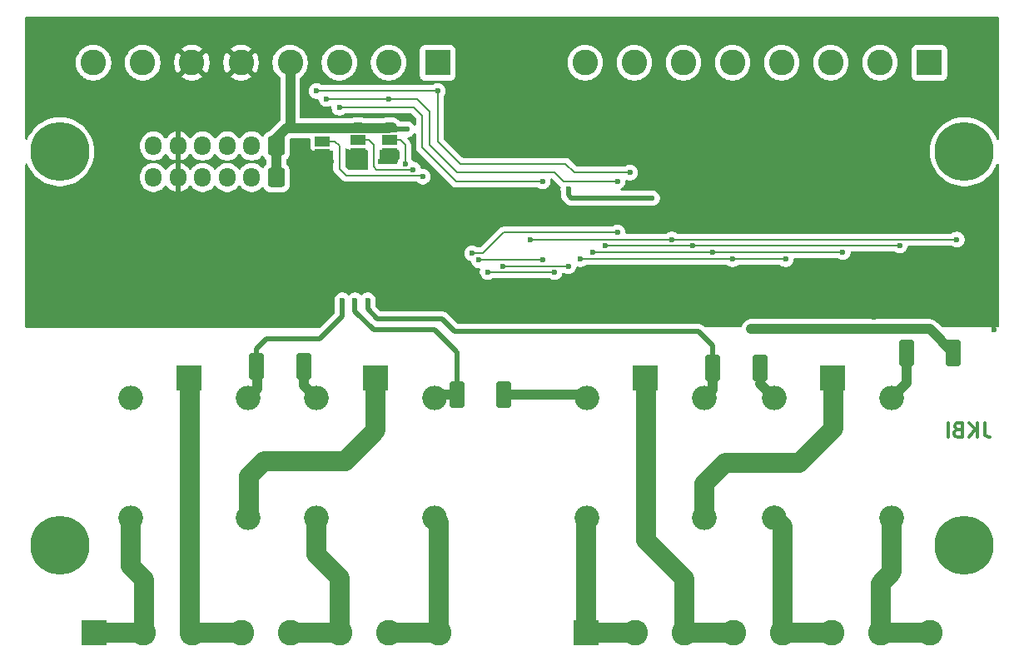
<source format=gbr>
%TF.GenerationSoftware,KiCad,Pcbnew,9.0.3*%
%TF.CreationDate,2025-10-14T20:28:44+02:00*%
%TF.ProjectId,esp32_blinds_controller,65737033-325f-4626-9c69-6e64735f636f,V0.3*%
%TF.SameCoordinates,Original*%
%TF.FileFunction,Copper,L2,Bot*%
%TF.FilePolarity,Positive*%
%FSLAX46Y46*%
G04 Gerber Fmt 4.6, Leading zero omitted, Abs format (unit mm)*
G04 Created by KiCad (PCBNEW 9.0.3) date 2025-10-14 20:28:44*
%MOMM*%
%LPD*%
G01*
G04 APERTURE LIST*
G04 Aperture macros list*
%AMRoundRect*
0 Rectangle with rounded corners*
0 $1 Rounding radius*
0 $2 $3 $4 $5 $6 $7 $8 $9 X,Y pos of 4 corners*
0 Add a 4 corners polygon primitive as box body*
4,1,4,$2,$3,$4,$5,$6,$7,$8,$9,$2,$3,0*
0 Add four circle primitives for the rounded corners*
1,1,$1+$1,$2,$3*
1,1,$1+$1,$4,$5*
1,1,$1+$1,$6,$7*
1,1,$1+$1,$8,$9*
0 Add four rect primitives between the rounded corners*
20,1,$1+$1,$2,$3,$4,$5,0*
20,1,$1+$1,$4,$5,$6,$7,0*
20,1,$1+$1,$6,$7,$8,$9,0*
20,1,$1+$1,$8,$9,$2,$3,0*%
%AMFreePoly0*
4,1,23,0.550000,-0.750000,0.000000,-0.750000,0.000000,-0.745722,-0.065263,-0.745722,-0.191342,-0.711940,-0.304381,-0.646677,-0.396677,-0.554381,-0.461940,-0.441342,-0.495722,-0.315263,-0.495722,-0.250000,-0.500000,-0.250000,-0.500000,0.250000,-0.495722,0.250000,-0.495722,0.315263,-0.461940,0.441342,-0.396677,0.554381,-0.304381,0.646677,-0.191342,0.711940,-0.065263,0.745722,0.000000,0.745722,
0.000000,0.750000,0.550000,0.750000,0.550000,-0.750000,0.550000,-0.750000,$1*%
%AMFreePoly1*
4,1,23,0.000000,0.745722,0.065263,0.745722,0.191342,0.711940,0.304381,0.646677,0.396677,0.554381,0.461940,0.441342,0.495722,0.315263,0.495722,0.250000,0.500000,0.250000,0.500000,-0.250000,0.495722,-0.250000,0.495722,-0.315263,0.461940,-0.441342,0.396677,-0.554381,0.304381,-0.646677,0.191342,-0.711940,0.065263,-0.745722,0.000000,-0.745722,0.000000,-0.750000,-0.550000,-0.750000,
-0.550000,0.750000,0.000000,0.750000,0.000000,0.745722,0.000000,0.745722,$1*%
G04 Aperture macros list end*
%ADD10C,0.300000*%
%TA.AperFunction,NonConductor*%
%ADD11C,0.300000*%
%TD*%
%TA.AperFunction,ComponentPad*%
%ADD12R,2.500000X2.500000*%
%TD*%
%TA.AperFunction,ComponentPad*%
%ADD13O,2.500000X2.500000*%
%TD*%
%TA.AperFunction,ComponentPad*%
%ADD14R,2.600000X2.600000*%
%TD*%
%TA.AperFunction,ComponentPad*%
%ADD15C,2.600000*%
%TD*%
%TA.AperFunction,ComponentPad*%
%ADD16C,6.000000*%
%TD*%
%TA.AperFunction,ComponentPad*%
%ADD17RoundRect,0.250000X0.600000X0.725000X-0.600000X0.725000X-0.600000X-0.725000X0.600000X-0.725000X0*%
%TD*%
%TA.AperFunction,ComponentPad*%
%ADD18O,1.700000X1.950000*%
%TD*%
%TA.AperFunction,SMDPad,CuDef*%
%ADD19FreePoly0,90.000000*%
%TD*%
%TA.AperFunction,SMDPad,CuDef*%
%ADD20R,1.500000X1.000000*%
%TD*%
%TA.AperFunction,SMDPad,CuDef*%
%ADD21FreePoly1,90.000000*%
%TD*%
%TA.AperFunction,SMDPad,CuDef*%
%ADD22RoundRect,0.250000X0.500000X1.100000X-0.500000X1.100000X-0.500000X-1.100000X0.500000X-1.100000X0*%
%TD*%
%TA.AperFunction,ViaPad*%
%ADD23C,0.600000*%
%TD*%
%TA.AperFunction,Conductor*%
%ADD24C,2.000000*%
%TD*%
%TA.AperFunction,Conductor*%
%ADD25C,1.000000*%
%TD*%
%TA.AperFunction,Conductor*%
%ADD26C,0.500000*%
%TD*%
%TA.AperFunction,Conductor*%
%ADD27C,0.200000*%
%TD*%
G04 APERTURE END LIST*
D10*
D11*
X199216917Y-104920828D02*
X199216917Y-105992257D01*
X199216917Y-105992257D02*
X199288346Y-106206542D01*
X199288346Y-106206542D02*
X199431203Y-106349400D01*
X199431203Y-106349400D02*
X199645489Y-106420828D01*
X199645489Y-106420828D02*
X199788346Y-106420828D01*
X198502632Y-106420828D02*
X198502632Y-104920828D01*
X197645489Y-106420828D02*
X198288346Y-105563685D01*
X197645489Y-104920828D02*
X198502632Y-105777971D01*
X196502632Y-105635114D02*
X196288346Y-105706542D01*
X196288346Y-105706542D02*
X196216917Y-105777971D01*
X196216917Y-105777971D02*
X196145489Y-105920828D01*
X196145489Y-105920828D02*
X196145489Y-106135114D01*
X196145489Y-106135114D02*
X196216917Y-106277971D01*
X196216917Y-106277971D02*
X196288346Y-106349400D01*
X196288346Y-106349400D02*
X196431203Y-106420828D01*
X196431203Y-106420828D02*
X197002632Y-106420828D01*
X197002632Y-106420828D02*
X197002632Y-104920828D01*
X197002632Y-104920828D02*
X196502632Y-104920828D01*
X196502632Y-104920828D02*
X196359775Y-104992257D01*
X196359775Y-104992257D02*
X196288346Y-105063685D01*
X196288346Y-105063685D02*
X196216917Y-105206542D01*
X196216917Y-105206542D02*
X196216917Y-105349400D01*
X196216917Y-105349400D02*
X196288346Y-105492257D01*
X196288346Y-105492257D02*
X196359775Y-105563685D01*
X196359775Y-105563685D02*
X196502632Y-105635114D01*
X196502632Y-105635114D02*
X197002632Y-105635114D01*
X195502632Y-106420828D02*
X195502632Y-104920828D01*
D12*
%TO.P,K2,1*%
%TO.N,Net-(K1-Pad4)*%
X137250000Y-100400000D03*
D13*
%TO.P,K2,2*%
%TO.N,VBUS*%
X131250000Y-102400000D03*
%TO.P,K2,3*%
%TO.N,/L1-UP*%
X131250000Y-114600000D03*
%TO.P,K2,4*%
%TO.N,/L1-SW*%
X143250000Y-114600000D03*
%TO.P,K2,5*%
%TO.N,/nUP1*%
X143250000Y-102400000D03*
%TD*%
D12*
%TO.P,K4,1*%
%TO.N,Net-(K3-Pad4)*%
X183800000Y-100400000D03*
D13*
%TO.P,K4,2*%
%TO.N,VBUS*%
X177800000Y-102400000D03*
%TO.P,K4,3*%
%TO.N,/L2-UP*%
X177800000Y-114600000D03*
%TO.P,K4,4*%
%TO.N,/L2-SW*%
X189800000Y-114600000D03*
%TO.P,K4,5*%
%TO.N,/nUP2*%
X189800000Y-102400000D03*
%TD*%
D12*
%TO.P,K1,1*%
%TO.N,/L1*%
X118350000Y-100400000D03*
D13*
%TO.P,K1,2*%
%TO.N,VBUS*%
X112350000Y-102400000D03*
%TO.P,K1,3*%
%TO.N,/L1-DOWN*%
X112350000Y-114600000D03*
%TO.P,K1,4*%
%TO.N,Net-(K1-Pad4)*%
X124350000Y-114600000D03*
%TO.P,K1,5*%
%TO.N,/nDOWN1*%
X124350000Y-102400000D03*
%TD*%
D14*
%TO.P,MOD1,A1,A1*%
%TO.N,/L1-DOWN*%
X108675000Y-126270000D03*
D15*
%TO.P,MOD1,A2,A2*%
X113675000Y-126270000D03*
%TO.P,MOD1,A3,A3*%
%TO.N,/L1*%
X118675000Y-126270000D03*
%TO.P,MOD1,A4,A4*%
X123675000Y-126270000D03*
%TO.P,MOD1,A5,A5*%
%TO.N,/L1-UP*%
X128675000Y-126270000D03*
%TO.P,MOD1,A6,A6*%
X133675000Y-126270000D03*
%TO.P,MOD1,A7,A7*%
%TO.N,/L1-SW*%
X138675000Y-126270000D03*
%TO.P,MOD1,A8,A8*%
X143675000Y-126270000D03*
D14*
%TO.P,MOD1,B1,B1*%
%TO.N,/L2-DOWN*%
X158675000Y-126270000D03*
D15*
%TO.P,MOD1,B2,B2*%
X163675000Y-126270000D03*
%TO.P,MOD1,B3,B3*%
%TO.N,/L2*%
X168675000Y-126270000D03*
%TO.P,MOD1,B4,B4*%
X173675000Y-126270000D03*
%TO.P,MOD1,B5,B5*%
%TO.N,/L2-UP*%
X178675000Y-126270000D03*
%TO.P,MOD1,B6,B6*%
X183675000Y-126270000D03*
%TO.P,MOD1,B7,B7*%
%TO.N,/L2-SW*%
X188675000Y-126270000D03*
%TO.P,MOD1,B8,B8*%
X193675000Y-126270000D03*
D14*
%TO.P,MOD1,C1,C1*%
%TO.N,/IN4_H*%
X193606000Y-68325000D03*
D15*
%TO.P,MOD1,C2,C2*%
%TO.N,/IN3_H*%
X188606000Y-68325000D03*
%TO.P,MOD1,C3,C3*%
%TO.N,/IN2_H*%
X183606000Y-68325000D03*
%TO.P,MOD1,C4,C4*%
%TO.N,/IN1_H*%
X178606000Y-68325000D03*
%TO.P,MOD1,C5,C5*%
%TO.N,VBUS*%
X173606000Y-68325000D03*
%TO.P,MOD1,C6,C6*%
X168606000Y-68325000D03*
%TO.P,MOD1,C7,C7*%
X163606000Y-68325000D03*
%TO.P,MOD1,C8,C8*%
X158606000Y-68325000D03*
D14*
%TO.P,MOD1,D1,D1*%
%TO.N,/SCL*%
X143606000Y-68325000D03*
D15*
%TO.P,MOD1,D2,D2*%
%TO.N,/SDA*%
X138606000Y-68325000D03*
%TO.P,MOD1,D3,D3*%
%TO.N,/INT*%
X133606000Y-68325000D03*
%TO.P,MOD1,D4,D4*%
%TO.N,+3V3*%
X128606000Y-68325000D03*
%TO.P,MOD1,D5,D5*%
%TO.N,GND*%
X123606000Y-68325000D03*
%TO.P,MOD1,D6,D6*%
X118606000Y-68325000D03*
%TO.P,MOD1,D7,D7*%
%TO.N,VBUS*%
X113606000Y-68325000D03*
%TO.P,MOD1,D8,D8*%
X108606000Y-68325000D03*
D16*
%TO.P,MOD1,MH1*%
%TO.N,N/C*%
X105175000Y-77370000D03*
%TO.P,MOD1,MH2*%
X197175000Y-77370000D03*
%TO.P,MOD1,MH3*%
X105175000Y-117370000D03*
%TO.P,MOD1,MH4*%
X197175000Y-117370000D03*
%TD*%
D12*
%TO.P,K3,1*%
%TO.N,/L2*%
X164750000Y-100400000D03*
D13*
%TO.P,K3,2*%
%TO.N,VBUS*%
X158750000Y-102400000D03*
%TO.P,K3,3*%
%TO.N,/L2-DOWN*%
X158750000Y-114600000D03*
%TO.P,K3,4*%
%TO.N,Net-(K3-Pad4)*%
X170750000Y-114600000D03*
%TO.P,K3,5*%
%TO.N,/nDOWN2*%
X170750000Y-102400000D03*
%TD*%
D17*
%TO.P,J2,1,Pin_1*%
%TO.N,+3V3*%
X127200000Y-76800000D03*
D18*
%TO.P,J2,2,Pin_2*%
%TO.N,/INT*%
X124700000Y-76800000D03*
%TO.P,J2,3,Pin_3*%
%TO.N,/SDA*%
X122200000Y-76800000D03*
%TO.P,J2,4,Pin_4*%
%TO.N,/SCL*%
X119700000Y-76800000D03*
%TO.P,J2,5,Pin_5*%
%TO.N,GND*%
X117200000Y-76800000D03*
%TO.P,J2,6,Pin_6*%
%TO.N,VBUS*%
X114700000Y-76800000D03*
%TD*%
D19*
%TO.P,A1,1,A*%
%TO.N,GND*%
X135500000Y-77500000D03*
D20*
%TO.P,A1,2,C*%
%TO.N,/A1*%
X135500000Y-76200000D03*
D21*
%TO.P,A1,3,B*%
%TO.N,+3V3*%
X135500000Y-74900000D03*
%TD*%
D22*
%TO.P,D1,1,K*%
%TO.N,VBUS*%
X130000000Y-99200000D03*
%TO.P,D1,2,A*%
%TO.N,/nDOWN1*%
X125200000Y-99200000D03*
%TD*%
D19*
%TO.P,A0,1,A*%
%TO.N,GND*%
X131900000Y-77600000D03*
D20*
%TO.P,A0,2,C*%
%TO.N,/A0*%
X131900000Y-76300000D03*
D21*
%TO.P,A0,3,B*%
%TO.N,+3V3*%
X131900000Y-75000000D03*
%TD*%
D22*
%TO.P,D3,1,K*%
%TO.N,VBUS*%
X196075000Y-97840000D03*
%TO.P,D3,2,A*%
%TO.N,/nUP2*%
X191275000Y-97840000D03*
%TD*%
%TO.P,D4,1,K*%
%TO.N,VBUS*%
X150355000Y-102055000D03*
%TO.P,D4,2,A*%
%TO.N,/nUP1*%
X145555000Y-102055000D03*
%TD*%
D17*
%TO.P,J1,1,Pin_1*%
%TO.N,+3V3*%
X127200000Y-80000000D03*
D18*
%TO.P,J1,2,Pin_2*%
%TO.N,/INT*%
X124700000Y-80000000D03*
%TO.P,J1,3,Pin_3*%
%TO.N,/SDA*%
X122200000Y-80000000D03*
%TO.P,J1,4,Pin_4*%
%TO.N,/SCL*%
X119700000Y-80000000D03*
%TO.P,J1,5,Pin_5*%
%TO.N,GND*%
X117200000Y-80000000D03*
%TO.P,J1,6,Pin_6*%
%TO.N,VBUS*%
X114700000Y-80000000D03*
%TD*%
D19*
%TO.P,A2,1,A*%
%TO.N,GND*%
X138700000Y-77500000D03*
D20*
%TO.P,A2,2,C*%
%TO.N,/A2*%
X138700000Y-76200000D03*
D21*
%TO.P,A2,3,B*%
%TO.N,+3V3*%
X138700000Y-74900000D03*
%TD*%
D22*
%TO.P,D2,1,K*%
%TO.N,VBUS*%
X176400000Y-99400000D03*
%TO.P,D2,2,A*%
%TO.N,/nDOWN2*%
X171600000Y-99400000D03*
%TD*%
D23*
%TO.N,GND*%
X200200000Y-64000000D03*
X112800000Y-94100000D03*
X134500000Y-78200000D03*
X170200000Y-76200000D03*
X137800000Y-78400000D03*
X120300000Y-87000000D03*
X188100000Y-90900000D03*
X164200000Y-90200000D03*
X193900000Y-91000000D03*
X109700000Y-94900000D03*
X117200000Y-78400000D03*
X187200000Y-75000000D03*
X117300000Y-81700000D03*
X176400000Y-91000000D03*
X166200000Y-90200000D03*
X185200000Y-75000000D03*
X117200000Y-75100000D03*
X182200000Y-91000000D03*
X188000000Y-94200000D03*
X200200000Y-95500000D03*
X165200000Y-89500000D03*
X132800000Y-78400000D03*
X190500000Y-74200000D03*
X186200000Y-74200000D03*
%TO.N,/nDOWN2*%
X136500000Y-92500000D03*
%TO.N,/nDOWN1*%
X133900000Y-92500000D03*
%TO.N,/nUP1*%
X135200000Y-92500000D03*
%TO.N,VBUS*%
X175500000Y-95400000D03*
%TO.N,/DN1*%
X150200000Y-89000000D03*
X156900000Y-89000000D03*
%TO.N,/UP1*%
X148700000Y-89600000D03*
X155500000Y-89600000D03*
%TO.N,/DN2*%
X147800000Y-88400000D03*
X154300000Y-88400000D03*
%TO.N,/UP2*%
X147100000Y-87700000D03*
X161900000Y-85600000D03*
%TO.N,/SCL*%
X143606000Y-71200000D03*
X163180000Y-79500000D03*
X131300000Y-71200000D03*
%TO.N,/SDA*%
X132300000Y-72000000D03*
X138606000Y-72000000D03*
X161910000Y-80400000D03*
%TO.N,+3V3*%
X156900000Y-81200000D03*
X140500000Y-75100000D03*
X165400000Y-82100000D03*
%TO.N,/INT*%
X154290000Y-80400000D03*
X133606000Y-72900000D03*
%TO.N,/A0*%
X142100000Y-79900000D03*
%TO.N,/A1*%
X141100000Y-79200000D03*
%TO.N,/A2*%
X140300000Y-78600000D03*
%TO.N,/IN1_L*%
X179000000Y-88300000D03*
X158100000Y-88300000D03*
X173600000Y-88300000D03*
%TO.N,/IN2_L*%
X159400000Y-87600000D03*
X171600000Y-87600000D03*
X184800000Y-87600000D03*
%TO.N,/IN3_L*%
X160640000Y-86900000D03*
X169500000Y-86900000D03*
X190600000Y-86900000D03*
%TO.N,/IN4_L*%
X153000000Y-86300000D03*
X196400000Y-86300000D03*
X167400000Y-86300000D03*
%TD*%
D24*
%TO.N,Net-(K1-Pad4)*%
X124400000Y-114550000D02*
X124400000Y-110400000D01*
X125965000Y-108835000D02*
X134190000Y-108835000D01*
X137300000Y-105725000D02*
X137300000Y-100450000D01*
X124350000Y-114600000D02*
X124400000Y-114550000D01*
X124400000Y-110400000D02*
X125965000Y-108835000D01*
X134190000Y-108835000D02*
X137300000Y-105725000D01*
D25*
%TO.N,/nDOWN2*%
X171600000Y-101550000D02*
X170750000Y-102400000D01*
D26*
X145365000Y-95650000D02*
X170130000Y-95650000D01*
D25*
X171600000Y-99515000D02*
X171600000Y-101550000D01*
D26*
X144095000Y-94380000D02*
X145365000Y-95650000D01*
X136500000Y-92500000D02*
X136500000Y-93400000D01*
X136500000Y-93400000D02*
X137480000Y-94380000D01*
X137480000Y-94380000D02*
X144095000Y-94380000D01*
X171600000Y-97120000D02*
X171600000Y-99515000D01*
X170130000Y-95650000D02*
X171600000Y-97120000D01*
D24*
%TO.N,/L2*%
X164800000Y-100450000D02*
X164800000Y-116900000D01*
X173675000Y-126270000D02*
X168675000Y-126270000D01*
X164750000Y-100400000D02*
X164800000Y-100450000D01*
X164800000Y-116900000D02*
X168675000Y-120775000D01*
X168675000Y-120775000D02*
X168675000Y-126270000D01*
%TO.N,Net-(K3-Pad4)*%
X170750000Y-114600000D02*
X170750000Y-111150000D01*
X183850000Y-105530000D02*
X183850000Y-100450000D01*
X170750000Y-111150000D02*
X172865000Y-109035000D01*
X180345000Y-109035000D02*
X183850000Y-105530000D01*
X172865000Y-109035000D02*
X180345000Y-109035000D01*
%TO.N,/L1*%
X118675000Y-126270000D02*
X118400000Y-125995000D01*
X118400000Y-100450000D02*
X118350000Y-100400000D01*
X118400000Y-125995000D02*
X118400000Y-100450000D01*
X118675000Y-126270000D02*
X123675000Y-126270000D01*
D26*
%TO.N,/nDOWN1*%
X133900000Y-92500000D02*
X133900000Y-94100000D01*
D25*
X125235000Y-99515000D02*
X125235000Y-101515000D01*
D26*
X131600000Y-96400000D02*
X126200000Y-96400000D01*
D25*
X125235000Y-101515000D02*
X124350000Y-102400000D01*
D26*
X126200000Y-96400000D02*
X125185000Y-97415000D01*
X125235000Y-98385000D02*
X125235000Y-99515000D01*
X125185000Y-97415000D02*
X125185000Y-98330000D01*
X133900000Y-94100000D02*
X131600000Y-96400000D01*
D25*
%TO.N,/nUP2*%
X191275000Y-97840000D02*
X191275000Y-100925000D01*
X191275000Y-100925000D02*
X189800000Y-102400000D01*
D26*
%TO.N,/nUP1*%
X143310000Y-95500000D02*
X145505000Y-97695000D01*
X137100000Y-95500000D02*
X143310000Y-95500000D01*
X135200000Y-92500000D02*
X135200000Y-93600000D01*
D25*
X143595000Y-102055000D02*
X143250000Y-102400000D01*
D26*
X135200000Y-93600000D02*
X137100000Y-95500000D01*
X145555000Y-97750000D02*
X145555000Y-102055000D01*
D25*
X145555000Y-102055000D02*
X143595000Y-102055000D01*
%TO.N,VBUS*%
X130000000Y-99200000D02*
X130000000Y-101150000D01*
X175500000Y-95400000D02*
X193635000Y-95400000D01*
X158405000Y-102055000D02*
X158750000Y-102400000D01*
X130000000Y-101150000D02*
X131250000Y-102400000D01*
X193635000Y-95400000D02*
X196075000Y-97840000D01*
X176400000Y-101000000D02*
X177800000Y-102400000D01*
X150355000Y-102055000D02*
X158405000Y-102055000D01*
D24*
%TO.N,/L1-DOWN*%
X112350000Y-114600000D02*
X112400000Y-114650000D01*
X108675000Y-126270000D02*
X113675000Y-126270000D01*
X113700000Y-120835000D02*
X113700000Y-126245000D01*
X113700000Y-126245000D02*
X113675000Y-126270000D01*
X112400000Y-119535000D02*
X113700000Y-120835000D01*
X112400000Y-114650000D02*
X112400000Y-119535000D01*
%TO.N,/L1-UP*%
X131250000Y-114600000D02*
X131300000Y-114650000D01*
X131300000Y-114650000D02*
X131300000Y-118335000D01*
X131300000Y-118335000D02*
X133675000Y-120710000D01*
X128675000Y-126270000D02*
X133675000Y-126270000D01*
X133675000Y-120710000D02*
X133675000Y-126270000D01*
%TO.N,/L1-SW*%
X143675000Y-115025000D02*
X143675000Y-126270000D01*
X138675000Y-126270000D02*
X143675000Y-126270000D01*
X143250000Y-114600000D02*
X143675000Y-115025000D01*
%TO.N,/L2-DOWN*%
X158675000Y-126270000D02*
X163675000Y-126270000D01*
X158750000Y-114600000D02*
X158675000Y-114675000D01*
X158675000Y-114675000D02*
X158675000Y-126270000D01*
%TO.N,/L2-SW*%
X188675000Y-121260000D02*
X188675000Y-126270000D01*
X189800000Y-114600000D02*
X189800000Y-120135000D01*
X189800000Y-120135000D02*
X188675000Y-121260000D01*
X188675000Y-126270000D02*
X193675000Y-126270000D01*
%TO.N,/L2-UP*%
X178675000Y-126270000D02*
X183675000Y-126270000D01*
X177800000Y-114600000D02*
X177800000Y-114370000D01*
X177800000Y-114370000D02*
X177850000Y-114320000D01*
X177800000Y-114600000D02*
X178675000Y-115475000D01*
X178675000Y-115475000D02*
X178675000Y-126270000D01*
D27*
%TO.N,/DN1*%
X156900000Y-89000000D02*
X150200000Y-89000000D01*
%TO.N,/UP1*%
X155500000Y-89600000D02*
X148700000Y-89600000D01*
%TO.N,/DN2*%
X147800000Y-88400000D02*
X154300000Y-88400000D01*
%TO.N,/UP2*%
X161900000Y-85600000D02*
X150300000Y-85600000D01*
X148200000Y-87700000D02*
X147100000Y-87700000D01*
X150300000Y-85600000D02*
X149800000Y-86100000D01*
X149800000Y-86100000D02*
X148200000Y-87700000D01*
%TO.N,/SCL*%
X143606000Y-76306000D02*
X143606000Y-71200000D01*
X131300000Y-71200000D02*
X143606000Y-71200000D01*
X157500000Y-79500000D02*
X156600000Y-78600000D01*
X163180000Y-79500000D02*
X157500000Y-79500000D01*
X156600000Y-78600000D02*
X145900000Y-78600000D01*
X145900000Y-78600000D02*
X143606000Y-76306000D01*
%TO.N,/SDA*%
X161910000Y-80400000D02*
X156400000Y-80400000D01*
X141500000Y-72000000D02*
X138606000Y-72000000D01*
X142800000Y-76700000D02*
X142800000Y-73300000D01*
X145600000Y-79500000D02*
X142800000Y-76700000D01*
X142800000Y-73300000D02*
X141500000Y-72000000D01*
X156400000Y-80400000D02*
X155500000Y-79500000D01*
X155500000Y-79500000D02*
X145600000Y-79500000D01*
X132300000Y-72000000D02*
X138606000Y-72000000D01*
D25*
%TO.N,+3V3*%
X131900000Y-75000000D02*
X138600000Y-75000000D01*
D26*
X157200000Y-82100000D02*
X165400000Y-82100000D01*
D25*
X128606000Y-68325000D02*
X128606000Y-74906000D01*
D26*
X138900000Y-75100000D02*
X138700000Y-74900000D01*
D25*
X128200000Y-75000000D02*
X127200000Y-76000000D01*
X128700000Y-75000000D02*
X131900000Y-75000000D01*
D26*
X156900000Y-81200000D02*
X156900000Y-81800000D01*
X156900000Y-81800000D02*
X157200000Y-82100000D01*
D25*
X138600000Y-75000000D02*
X138700000Y-74900000D01*
X131900000Y-75000000D02*
X128200000Y-75000000D01*
X127200000Y-76000000D02*
X127200000Y-79000000D01*
D26*
X140500000Y-75100000D02*
X138900000Y-75100000D01*
D25*
X128606000Y-74906000D02*
X128700000Y-75000000D01*
D27*
%TO.N,/INT*%
X154290000Y-80400000D02*
X145500000Y-80400000D01*
X141200000Y-72900000D02*
X133606000Y-72900000D01*
X145500000Y-80400000D02*
X142000000Y-76900000D01*
X142000000Y-76900000D02*
X142000000Y-73700000D01*
X142000000Y-73700000D02*
X141200000Y-72900000D01*
%TO.N,/A0*%
X142100000Y-79900000D02*
X142000000Y-79800000D01*
X133600000Y-79100000D02*
X133600000Y-76800000D01*
X133600000Y-76800000D02*
X133100000Y-76300000D01*
X133100000Y-76300000D02*
X131900000Y-76300000D01*
X134300000Y-79800000D02*
X133600000Y-79100000D01*
X142000000Y-79800000D02*
X134300000Y-79800000D01*
%TO.N,/A1*%
X137100000Y-78900000D02*
X137100000Y-76700000D01*
X136600000Y-76200000D02*
X135500000Y-76200000D01*
X141100000Y-79200000D02*
X137400000Y-79200000D01*
X137400000Y-79200000D02*
X137100000Y-78900000D01*
X137100000Y-76700000D02*
X136600000Y-76200000D01*
%TO.N,/A2*%
X139800000Y-76200000D02*
X138700000Y-76200000D01*
X140300000Y-78600000D02*
X140300000Y-76700000D01*
X140300000Y-76700000D02*
X139800000Y-76200000D01*
%TO.N,/IN1_L*%
X173600000Y-88300000D02*
X158100000Y-88300000D01*
X179000000Y-88300000D02*
X173600000Y-88300000D01*
%TO.N,/IN2_L*%
X184800000Y-87600000D02*
X171600000Y-87600000D01*
X159400000Y-87600000D02*
X171600000Y-87600000D01*
%TO.N,/IN3_L*%
X160640000Y-86900000D02*
X169500000Y-86900000D01*
X190600000Y-86900000D02*
X169500000Y-86900000D01*
%TO.N,/IN4_L*%
X196400000Y-86300000D02*
X167400000Y-86300000D01*
X153000000Y-86300000D02*
X167400000Y-86300000D01*
%TD*%
%TA.AperFunction,Conductor*%
%TO.N,GND*%
G36*
X134398811Y-77062305D02*
G01*
X134507664Y-77143793D01*
X134507671Y-77143797D01*
X134642517Y-77194091D01*
X134642516Y-77194091D01*
X134649444Y-77194835D01*
X134702127Y-77200500D01*
X136297872Y-77200499D01*
X136351407Y-77194744D01*
X136362247Y-77193579D01*
X136431006Y-77205986D01*
X136482143Y-77253597D01*
X136499500Y-77316869D01*
X136499500Y-78813330D01*
X136499499Y-78813348D01*
X136499499Y-78979054D01*
X136499498Y-78979054D01*
X136499499Y-78979057D01*
X136510722Y-79020943D01*
X136516742Y-79043406D01*
X136515079Y-79113256D01*
X136475917Y-79171119D01*
X136411688Y-79198623D01*
X136396967Y-79199500D01*
X134600097Y-79199500D01*
X134533058Y-79179815D01*
X134512416Y-79163181D01*
X134236819Y-78887584D01*
X134203334Y-78826261D01*
X134200500Y-78799903D01*
X134200500Y-77161571D01*
X134220185Y-77094532D01*
X134272989Y-77048777D01*
X134342147Y-77038833D01*
X134398811Y-77062305D01*
G37*
%TD.AperFunction*%
%TA.AperFunction,Conductor*%
G36*
X139631006Y-77205986D02*
G01*
X139682143Y-77253597D01*
X139699500Y-77316869D01*
X139699500Y-78020234D01*
X139679815Y-78087273D01*
X139678602Y-78089125D01*
X139590609Y-78220814D01*
X139590602Y-78220827D01*
X139530264Y-78366498D01*
X139530261Y-78366508D01*
X139503769Y-78499692D01*
X139471384Y-78561603D01*
X139410668Y-78596177D01*
X139382152Y-78599500D01*
X137824500Y-78599500D01*
X137757461Y-78579815D01*
X137711706Y-78527011D01*
X137700500Y-78475500D01*
X137700500Y-77316868D01*
X137704910Y-77301847D01*
X137704352Y-77286201D01*
X137714553Y-77269008D01*
X137720185Y-77249829D01*
X137732015Y-77239577D01*
X137740005Y-77226113D01*
X137757881Y-77217164D01*
X137772989Y-77204074D01*
X137789319Y-77201427D01*
X137802484Y-77194838D01*
X137837756Y-77193579D01*
X137842516Y-77194090D01*
X137842517Y-77194091D01*
X137902127Y-77200500D01*
X139497872Y-77200499D01*
X139551407Y-77194744D01*
X139562247Y-77193579D01*
X139631006Y-77205986D01*
G37*
%TD.AperFunction*%
%TA.AperFunction,Conductor*%
G36*
X200617539Y-63640185D02*
G01*
X200663294Y-63692989D01*
X200674500Y-63744500D01*
X200674500Y-76047902D01*
X200654815Y-76114941D01*
X200602011Y-76160696D01*
X200532853Y-76170640D01*
X200469297Y-76141615D01*
X200435939Y-76095355D01*
X200413519Y-76041228D01*
X200343231Y-75871538D01*
X200342268Y-75869737D01*
X200181106Y-75568224D01*
X200181105Y-75568222D01*
X200181100Y-75568213D01*
X199990019Y-75282240D01*
X199771828Y-75016373D01*
X199771827Y-75016372D01*
X199771823Y-75016367D01*
X199528632Y-74773176D01*
X199262765Y-74554985D01*
X199262764Y-74554984D01*
X199262760Y-74554981D01*
X198976787Y-74363900D01*
X198976782Y-74363897D01*
X198976775Y-74363893D01*
X198673469Y-74201772D01*
X198673464Y-74201770D01*
X198355706Y-74070150D01*
X198026572Y-73970308D01*
X197689248Y-73903210D01*
X197689249Y-73903210D01*
X197407889Y-73875500D01*
X197346969Y-73869500D01*
X197003031Y-73869500D01*
X196942111Y-73875500D01*
X196660750Y-73903210D01*
X196323427Y-73970308D01*
X195994293Y-74070150D01*
X195676535Y-74201770D01*
X195676530Y-74201772D01*
X195373224Y-74363893D01*
X195373206Y-74363904D01*
X195087248Y-74554975D01*
X195087234Y-74554985D01*
X194821367Y-74773176D01*
X194578176Y-75016367D01*
X194359985Y-75282234D01*
X194359975Y-75282248D01*
X194168904Y-75568206D01*
X194168893Y-75568224D01*
X194006772Y-75871530D01*
X194006770Y-75871535D01*
X193875150Y-76189293D01*
X193775308Y-76518427D01*
X193708210Y-76855750D01*
X193682188Y-77119966D01*
X193674500Y-77198031D01*
X193674500Y-77541969D01*
X193683448Y-77632820D01*
X193708210Y-77884249D01*
X193775308Y-78221572D01*
X193875150Y-78550706D01*
X193927289Y-78676580D01*
X193997163Y-78845272D01*
X194006770Y-78868464D01*
X194006772Y-78868469D01*
X194168893Y-79171775D01*
X194168904Y-79171793D01*
X194359975Y-79457751D01*
X194359985Y-79457765D01*
X194578176Y-79723632D01*
X194821367Y-79966823D01*
X194821372Y-79966827D01*
X194821373Y-79966828D01*
X195087240Y-80185019D01*
X195373213Y-80376100D01*
X195373222Y-80376105D01*
X195373224Y-80376106D01*
X195676530Y-80538227D01*
X195676532Y-80538227D01*
X195676538Y-80538231D01*
X195994295Y-80669850D01*
X196323422Y-80769690D01*
X196660750Y-80836789D01*
X197003031Y-80870500D01*
X197003034Y-80870500D01*
X197346966Y-80870500D01*
X197346969Y-80870500D01*
X197689250Y-80836789D01*
X198026578Y-80769690D01*
X198355705Y-80669850D01*
X198673462Y-80538231D01*
X198976787Y-80376100D01*
X199262760Y-80185019D01*
X199528627Y-79966828D01*
X199771828Y-79723627D01*
X199990019Y-79457760D01*
X200181100Y-79171787D01*
X200343231Y-78868462D01*
X200435939Y-78644643D01*
X200479780Y-78590241D01*
X200546074Y-78568176D01*
X200613773Y-78585455D01*
X200661384Y-78636592D01*
X200674500Y-78692097D01*
X200674500Y-95076648D01*
X200654815Y-95143687D01*
X200602011Y-95189442D01*
X200550624Y-95200648D01*
X194907697Y-95206291D01*
X194840638Y-95186673D01*
X194819892Y-95169972D01*
X194416479Y-94766559D01*
X194416459Y-94766537D01*
X194272785Y-94622863D01*
X194272781Y-94622860D01*
X194108920Y-94513371D01*
X194108907Y-94513364D01*
X193972968Y-94457057D01*
X193972963Y-94457055D01*
X193965388Y-94453918D01*
X193926836Y-94437949D01*
X193830188Y-94418724D01*
X193826281Y-94417947D01*
X193826278Y-94417946D01*
X193733544Y-94399500D01*
X193733541Y-94399500D01*
X175401459Y-94399500D01*
X175401457Y-94399500D01*
X175208170Y-94437947D01*
X175208160Y-94437950D01*
X175026092Y-94513364D01*
X175026079Y-94513371D01*
X174862218Y-94622860D01*
X174862214Y-94622863D01*
X174722863Y-94762214D01*
X174722860Y-94762218D01*
X174613371Y-94926079D01*
X174613364Y-94926092D01*
X174537950Y-95108160D01*
X174537948Y-95108167D01*
X174534206Y-95126980D01*
X174501819Y-95188890D01*
X174441103Y-95223463D01*
X174412713Y-95226786D01*
X170823230Y-95230376D01*
X170756171Y-95210758D01*
X170735429Y-95194061D01*
X170608416Y-95067048D01*
X170608415Y-95067047D01*
X170608414Y-95067046D01*
X170534729Y-95017812D01*
X170534729Y-95017813D01*
X170485491Y-94984913D01*
X170348917Y-94928343D01*
X170348907Y-94928340D01*
X170203920Y-94899500D01*
X170203918Y-94899500D01*
X145727229Y-94899500D01*
X145660190Y-94879815D01*
X145639548Y-94863181D01*
X144573421Y-93797052D01*
X144573418Y-93797049D01*
X144494780Y-93744506D01*
X144484697Y-93737769D01*
X144450495Y-93714916D01*
X144450492Y-93714914D01*
X144450491Y-93714914D01*
X144313917Y-93658343D01*
X144313907Y-93658340D01*
X144168920Y-93629500D01*
X144168918Y-93629500D01*
X137842229Y-93629500D01*
X137775190Y-93609815D01*
X137754548Y-93593181D01*
X137286819Y-93125451D01*
X137272115Y-93098523D01*
X137255523Y-93072705D01*
X137254631Y-93066504D01*
X137253334Y-93064128D01*
X137250500Y-93037770D01*
X137250500Y-92804604D01*
X137259939Y-92757151D01*
X137269737Y-92733497D01*
X137300500Y-92578842D01*
X137300500Y-92421158D01*
X137300500Y-92421155D01*
X137300499Y-92421153D01*
X137269738Y-92266510D01*
X137269737Y-92266503D01*
X137269735Y-92266498D01*
X137209397Y-92120827D01*
X137209390Y-92120814D01*
X137121789Y-91989711D01*
X137121786Y-91989707D01*
X137010292Y-91878213D01*
X137010288Y-91878210D01*
X136879185Y-91790609D01*
X136879172Y-91790602D01*
X136733501Y-91730264D01*
X136733489Y-91730261D01*
X136578845Y-91699500D01*
X136578842Y-91699500D01*
X136421158Y-91699500D01*
X136421155Y-91699500D01*
X136266510Y-91730261D01*
X136266498Y-91730264D01*
X136120827Y-91790602D01*
X136120814Y-91790609D01*
X135989711Y-91878210D01*
X135989707Y-91878213D01*
X135937681Y-91930240D01*
X135876358Y-91963725D01*
X135806666Y-91958741D01*
X135762319Y-91930240D01*
X135710292Y-91878213D01*
X135710288Y-91878210D01*
X135579185Y-91790609D01*
X135579172Y-91790602D01*
X135433501Y-91730264D01*
X135433489Y-91730261D01*
X135278845Y-91699500D01*
X135278842Y-91699500D01*
X135121158Y-91699500D01*
X135121155Y-91699500D01*
X134966510Y-91730261D01*
X134966498Y-91730264D01*
X134820827Y-91790602D01*
X134820814Y-91790609D01*
X134689711Y-91878210D01*
X134689707Y-91878213D01*
X134637681Y-91930240D01*
X134576358Y-91963725D01*
X134506666Y-91958741D01*
X134462319Y-91930240D01*
X134410292Y-91878213D01*
X134410288Y-91878210D01*
X134279185Y-91790609D01*
X134279172Y-91790602D01*
X134133501Y-91730264D01*
X134133489Y-91730261D01*
X133978845Y-91699500D01*
X133978842Y-91699500D01*
X133821158Y-91699500D01*
X133821155Y-91699500D01*
X133666510Y-91730261D01*
X133666498Y-91730264D01*
X133520827Y-91790602D01*
X133520814Y-91790609D01*
X133389711Y-91878210D01*
X133389707Y-91878213D01*
X133278213Y-91989707D01*
X133278210Y-91989711D01*
X133190609Y-92120814D01*
X133190602Y-92120827D01*
X133130264Y-92266498D01*
X133130261Y-92266510D01*
X133099500Y-92421153D01*
X133099500Y-92578846D01*
X133130261Y-92733489D01*
X133130263Y-92733497D01*
X133140061Y-92757151D01*
X133149500Y-92804604D01*
X133149500Y-93737769D01*
X133129815Y-93804808D01*
X133113181Y-93825450D01*
X131705368Y-95233262D01*
X131644045Y-95266747D01*
X131617811Y-95269581D01*
X101799624Y-95299399D01*
X101732565Y-95279781D01*
X101686757Y-95227023D01*
X101675500Y-95175399D01*
X101675500Y-87621153D01*
X146299500Y-87621153D01*
X146299500Y-87778846D01*
X146330261Y-87933489D01*
X146330264Y-87933501D01*
X146390602Y-88079172D01*
X146390609Y-88079185D01*
X146478210Y-88210288D01*
X146478213Y-88210292D01*
X146589707Y-88321786D01*
X146589711Y-88321789D01*
X146720814Y-88409390D01*
X146720827Y-88409397D01*
X146830082Y-88454651D01*
X146866503Y-88469737D01*
X146921831Y-88480742D01*
X146983740Y-88513126D01*
X147018315Y-88573841D01*
X147019256Y-88578166D01*
X147030261Y-88633492D01*
X147030264Y-88633501D01*
X147090602Y-88779172D01*
X147090609Y-88779185D01*
X147178210Y-88910288D01*
X147178213Y-88910292D01*
X147289707Y-89021786D01*
X147289711Y-89021789D01*
X147420814Y-89109390D01*
X147420827Y-89109397D01*
X147566498Y-89169735D01*
X147566503Y-89169737D01*
X147721153Y-89200499D01*
X147721156Y-89200500D01*
X147813445Y-89200500D01*
X147880484Y-89220185D01*
X147926239Y-89272989D01*
X147936183Y-89342147D01*
X147931159Y-89360411D01*
X147932031Y-89360676D01*
X147930261Y-89366510D01*
X147899500Y-89521153D01*
X147899500Y-89678846D01*
X147930261Y-89833489D01*
X147930264Y-89833501D01*
X147990602Y-89979172D01*
X147990609Y-89979185D01*
X148078210Y-90110288D01*
X148078213Y-90110292D01*
X148189707Y-90221786D01*
X148189711Y-90221789D01*
X148320814Y-90309390D01*
X148320827Y-90309397D01*
X148466498Y-90369735D01*
X148466503Y-90369737D01*
X148621153Y-90400499D01*
X148621156Y-90400500D01*
X148621158Y-90400500D01*
X148778844Y-90400500D01*
X148778845Y-90400499D01*
X148933497Y-90369737D01*
X149079179Y-90309394D01*
X149079185Y-90309390D01*
X149210875Y-90221398D01*
X149277553Y-90200520D01*
X149279766Y-90200500D01*
X154920234Y-90200500D01*
X154987273Y-90220185D01*
X154989125Y-90221398D01*
X155120814Y-90309390D01*
X155120827Y-90309397D01*
X155266498Y-90369735D01*
X155266503Y-90369737D01*
X155421153Y-90400499D01*
X155421156Y-90400500D01*
X155421158Y-90400500D01*
X155578844Y-90400500D01*
X155578845Y-90400499D01*
X155733497Y-90369737D01*
X155879179Y-90309394D01*
X156010289Y-90221789D01*
X156121789Y-90110289D01*
X156209394Y-89979179D01*
X156269737Y-89833497D01*
X156284778Y-89757877D01*
X156317162Y-89695969D01*
X156377877Y-89661395D01*
X156447647Y-89665134D01*
X156475286Y-89678969D01*
X156520814Y-89709390D01*
X156520827Y-89709397D01*
X156666498Y-89769735D01*
X156666503Y-89769737D01*
X156821153Y-89800499D01*
X156821156Y-89800500D01*
X156821158Y-89800500D01*
X156978844Y-89800500D01*
X156978845Y-89800499D01*
X157133497Y-89769737D01*
X157279179Y-89709394D01*
X157410289Y-89621789D01*
X157521789Y-89510289D01*
X157609394Y-89379179D01*
X157669737Y-89233497D01*
X157685332Y-89155091D01*
X157717716Y-89093184D01*
X157778431Y-89058609D01*
X157848201Y-89062348D01*
X157854388Y-89064719D01*
X157866503Y-89069737D01*
X158021153Y-89100499D01*
X158021156Y-89100500D01*
X158021158Y-89100500D01*
X158178844Y-89100500D01*
X158178845Y-89100499D01*
X158333497Y-89069737D01*
X158479179Y-89009394D01*
X158479185Y-89009390D01*
X158610875Y-88921398D01*
X158677553Y-88900520D01*
X158679766Y-88900500D01*
X173020234Y-88900500D01*
X173087273Y-88920185D01*
X173089125Y-88921398D01*
X173220814Y-89009390D01*
X173220827Y-89009397D01*
X173339637Y-89058609D01*
X173366503Y-89069737D01*
X173521153Y-89100499D01*
X173521156Y-89100500D01*
X173521158Y-89100500D01*
X173678844Y-89100500D01*
X173678845Y-89100499D01*
X173833497Y-89069737D01*
X173979179Y-89009394D01*
X173979185Y-89009390D01*
X174110875Y-88921398D01*
X174177553Y-88900520D01*
X174179766Y-88900500D01*
X178420234Y-88900500D01*
X178487273Y-88920185D01*
X178489125Y-88921398D01*
X178620814Y-89009390D01*
X178620827Y-89009397D01*
X178739637Y-89058609D01*
X178766503Y-89069737D01*
X178921153Y-89100499D01*
X178921156Y-89100500D01*
X178921158Y-89100500D01*
X179078844Y-89100500D01*
X179078845Y-89100499D01*
X179233497Y-89069737D01*
X179379179Y-89009394D01*
X179510289Y-88921789D01*
X179621789Y-88810289D01*
X179709394Y-88679179D01*
X179769737Y-88533497D01*
X179800500Y-88378842D01*
X179800500Y-88324500D01*
X179820185Y-88257461D01*
X179872989Y-88211706D01*
X179924500Y-88200500D01*
X184220234Y-88200500D01*
X184287273Y-88220185D01*
X184289125Y-88221398D01*
X184420814Y-88309390D01*
X184420827Y-88309397D01*
X184566498Y-88369735D01*
X184566503Y-88369737D01*
X184716030Y-88399480D01*
X184721153Y-88400499D01*
X184721156Y-88400500D01*
X184721158Y-88400500D01*
X184878844Y-88400500D01*
X184878845Y-88400499D01*
X185033497Y-88369737D01*
X185179179Y-88309394D01*
X185310289Y-88221789D01*
X185421789Y-88110289D01*
X185509394Y-87979179D01*
X185569737Y-87833497D01*
X185600500Y-87678842D01*
X185600500Y-87624500D01*
X185620185Y-87557461D01*
X185672989Y-87511706D01*
X185724500Y-87500500D01*
X190020234Y-87500500D01*
X190087273Y-87520185D01*
X190089125Y-87521398D01*
X190220814Y-87609390D01*
X190220827Y-87609397D01*
X190337812Y-87657853D01*
X190366503Y-87669737D01*
X190521153Y-87700499D01*
X190521156Y-87700500D01*
X190521158Y-87700500D01*
X190678844Y-87700500D01*
X190678845Y-87700499D01*
X190833497Y-87669737D01*
X190979179Y-87609394D01*
X191110289Y-87521789D01*
X191221789Y-87410289D01*
X191309394Y-87279179D01*
X191369737Y-87133497D01*
X191376301Y-87100499D01*
X191396231Y-87000308D01*
X191428616Y-86938397D01*
X191489332Y-86903823D01*
X191517848Y-86900500D01*
X195820234Y-86900500D01*
X195887273Y-86920185D01*
X195889125Y-86921398D01*
X196020814Y-87009390D01*
X196020827Y-87009397D01*
X196099894Y-87042147D01*
X196166503Y-87069737D01*
X196316131Y-87099500D01*
X196321153Y-87100499D01*
X196321156Y-87100500D01*
X196321158Y-87100500D01*
X196478844Y-87100500D01*
X196478845Y-87100499D01*
X196633497Y-87069737D01*
X196779179Y-87009394D01*
X196910289Y-86921789D01*
X197021789Y-86810289D01*
X197109394Y-86679179D01*
X197169737Y-86533497D01*
X197200500Y-86378842D01*
X197200500Y-86221158D01*
X197200500Y-86221155D01*
X197200499Y-86221153D01*
X197169738Y-86066510D01*
X197169737Y-86066503D01*
X197169735Y-86066498D01*
X197109397Y-85920827D01*
X197109390Y-85920814D01*
X197021789Y-85789711D01*
X197021786Y-85789707D01*
X196910292Y-85678213D01*
X196910288Y-85678210D01*
X196779185Y-85590609D01*
X196779172Y-85590602D01*
X196633501Y-85530264D01*
X196633489Y-85530261D01*
X196478845Y-85499500D01*
X196478842Y-85499500D01*
X196321158Y-85499500D01*
X196321155Y-85499500D01*
X196166510Y-85530261D01*
X196166498Y-85530264D01*
X196020827Y-85590602D01*
X196020814Y-85590609D01*
X195889125Y-85678602D01*
X195822447Y-85699480D01*
X195820234Y-85699500D01*
X167979766Y-85699500D01*
X167912727Y-85679815D01*
X167910875Y-85678602D01*
X167779185Y-85590609D01*
X167779172Y-85590602D01*
X167633501Y-85530264D01*
X167633489Y-85530261D01*
X167478845Y-85499500D01*
X167478842Y-85499500D01*
X167321158Y-85499500D01*
X167321155Y-85499500D01*
X167166510Y-85530261D01*
X167166498Y-85530264D01*
X167020827Y-85590602D01*
X167020814Y-85590609D01*
X166889125Y-85678602D01*
X166822447Y-85699480D01*
X166820234Y-85699500D01*
X162824500Y-85699500D01*
X162757461Y-85679815D01*
X162711706Y-85627011D01*
X162700500Y-85575500D01*
X162700500Y-85521155D01*
X162700499Y-85521153D01*
X162669738Y-85366510D01*
X162669737Y-85366503D01*
X162669735Y-85366498D01*
X162609397Y-85220827D01*
X162609390Y-85220814D01*
X162521789Y-85089711D01*
X162521786Y-85089707D01*
X162410292Y-84978213D01*
X162410288Y-84978210D01*
X162279185Y-84890609D01*
X162279172Y-84890602D01*
X162133501Y-84830264D01*
X162133489Y-84830261D01*
X161978845Y-84799500D01*
X161978842Y-84799500D01*
X161821158Y-84799500D01*
X161821155Y-84799500D01*
X161666510Y-84830261D01*
X161666498Y-84830264D01*
X161520827Y-84890602D01*
X161520814Y-84890609D01*
X161389125Y-84978602D01*
X161322447Y-84999480D01*
X161320234Y-84999500D01*
X150386670Y-84999500D01*
X150386654Y-84999499D01*
X150379058Y-84999499D01*
X150220943Y-84999499D01*
X150144579Y-85019961D01*
X150068214Y-85040423D01*
X150068209Y-85040426D01*
X149931290Y-85119475D01*
X149931282Y-85119481D01*
X149424214Y-85626549D01*
X147987584Y-87063181D01*
X147960656Y-87077884D01*
X147934838Y-87094477D01*
X147928637Y-87095368D01*
X147926261Y-87096666D01*
X147899903Y-87099500D01*
X147679766Y-87099500D01*
X147612727Y-87079815D01*
X147610875Y-87078602D01*
X147479185Y-86990609D01*
X147479172Y-86990602D01*
X147333501Y-86930264D01*
X147333489Y-86930261D01*
X147178845Y-86899500D01*
X147178842Y-86899500D01*
X147021158Y-86899500D01*
X147021155Y-86899500D01*
X146866510Y-86930261D01*
X146866498Y-86930264D01*
X146720827Y-86990602D01*
X146720814Y-86990609D01*
X146589711Y-87078210D01*
X146589707Y-87078213D01*
X146478213Y-87189707D01*
X146478210Y-87189711D01*
X146390609Y-87320814D01*
X146390602Y-87320827D01*
X146330264Y-87466498D01*
X146330261Y-87466510D01*
X146299500Y-87621153D01*
X101675500Y-87621153D01*
X101675500Y-78692097D01*
X101695185Y-78625058D01*
X101747989Y-78579303D01*
X101817147Y-78569359D01*
X101880703Y-78598384D01*
X101914060Y-78644643D01*
X101997165Y-78845276D01*
X102006770Y-78868464D01*
X102006772Y-78868469D01*
X102168893Y-79171775D01*
X102168904Y-79171793D01*
X102359975Y-79457751D01*
X102359985Y-79457765D01*
X102578176Y-79723632D01*
X102821367Y-79966823D01*
X102821372Y-79966827D01*
X102821373Y-79966828D01*
X103087240Y-80185019D01*
X103373213Y-80376100D01*
X103373222Y-80376105D01*
X103373224Y-80376106D01*
X103676530Y-80538227D01*
X103676532Y-80538227D01*
X103676538Y-80538231D01*
X103994295Y-80669850D01*
X104323422Y-80769690D01*
X104660750Y-80836789D01*
X105003031Y-80870500D01*
X105003034Y-80870500D01*
X105346966Y-80870500D01*
X105346969Y-80870500D01*
X105689250Y-80836789D01*
X106026578Y-80769690D01*
X106355705Y-80669850D01*
X106673462Y-80538231D01*
X106976787Y-80376100D01*
X107262760Y-80185019D01*
X107528627Y-79966828D01*
X107771828Y-79723627D01*
X107818713Y-79666498D01*
X107883470Y-79587590D01*
X107990019Y-79457760D01*
X108181100Y-79171787D01*
X108343231Y-78868462D01*
X108474850Y-78550705D01*
X108574690Y-78221578D01*
X108641789Y-77884250D01*
X108675500Y-77541969D01*
X108675500Y-77198031D01*
X108641789Y-76855750D01*
X108584694Y-76568713D01*
X113349500Y-76568713D01*
X113349500Y-77031286D01*
X113380357Y-77226113D01*
X113382754Y-77241243D01*
X113430305Y-77387590D01*
X113448444Y-77443414D01*
X113544951Y-77632820D01*
X113669890Y-77804786D01*
X113820213Y-77955109D01*
X113992179Y-78080048D01*
X113992181Y-78080049D01*
X113992184Y-78080051D01*
X114181588Y-78176557D01*
X114383757Y-78242246D01*
X114593713Y-78275500D01*
X114593714Y-78275500D01*
X114806286Y-78275500D01*
X114806287Y-78275500D01*
X115016243Y-78242246D01*
X115218412Y-78176557D01*
X115407816Y-78080051D01*
X115518686Y-77999500D01*
X115579786Y-77955109D01*
X115579788Y-77955106D01*
X115579792Y-77955104D01*
X115730104Y-77804792D01*
X115849991Y-77639779D01*
X115905320Y-77597115D01*
X115974933Y-77591136D01*
X116036729Y-77623741D01*
X116050627Y-77639781D01*
X116170272Y-77804459D01*
X116170276Y-77804464D01*
X116320535Y-77954723D01*
X116320540Y-77954727D01*
X116492442Y-78079620D01*
X116681782Y-78176095D01*
X116883871Y-78241757D01*
X116950000Y-78252231D01*
X116950000Y-77204145D01*
X117016657Y-77242630D01*
X117137465Y-77275000D01*
X117262535Y-77275000D01*
X117383343Y-77242630D01*
X117450000Y-77204145D01*
X117450000Y-78252230D01*
X117516126Y-78241757D01*
X117516129Y-78241757D01*
X117718217Y-78176095D01*
X117907557Y-78079620D01*
X118079459Y-77954727D01*
X118079464Y-77954723D01*
X118229721Y-77804466D01*
X118349371Y-77639781D01*
X118404701Y-77597115D01*
X118474314Y-77591136D01*
X118536110Y-77623741D01*
X118550008Y-77639781D01*
X118669890Y-77804785D01*
X118669894Y-77804790D01*
X118820213Y-77955109D01*
X118992179Y-78080048D01*
X118992181Y-78080049D01*
X118992184Y-78080051D01*
X119181588Y-78176557D01*
X119383757Y-78242246D01*
X119593713Y-78275500D01*
X119593714Y-78275500D01*
X119806286Y-78275500D01*
X119806287Y-78275500D01*
X120016243Y-78242246D01*
X120218412Y-78176557D01*
X120407816Y-78080051D01*
X120518686Y-77999500D01*
X120579786Y-77955109D01*
X120579788Y-77955106D01*
X120579792Y-77955104D01*
X120730104Y-77804792D01*
X120849683Y-77640204D01*
X120905011Y-77597540D01*
X120974624Y-77591561D01*
X121036420Y-77624166D01*
X121050313Y-77640199D01*
X121153925Y-77782809D01*
X121169896Y-77804792D01*
X121320213Y-77955109D01*
X121492179Y-78080048D01*
X121492181Y-78080049D01*
X121492184Y-78080051D01*
X121681588Y-78176557D01*
X121883757Y-78242246D01*
X122093713Y-78275500D01*
X122093714Y-78275500D01*
X122306286Y-78275500D01*
X122306287Y-78275500D01*
X122516243Y-78242246D01*
X122718412Y-78176557D01*
X122907816Y-78080051D01*
X123018686Y-77999500D01*
X123079786Y-77955109D01*
X123079788Y-77955106D01*
X123079792Y-77955104D01*
X123230104Y-77804792D01*
X123349683Y-77640204D01*
X123405011Y-77597540D01*
X123474624Y-77591561D01*
X123536420Y-77624166D01*
X123550313Y-77640199D01*
X123653925Y-77782809D01*
X123669896Y-77804792D01*
X123820213Y-77955109D01*
X123992179Y-78080048D01*
X123992181Y-78080049D01*
X123992184Y-78080051D01*
X124181588Y-78176557D01*
X124383757Y-78242246D01*
X124593713Y-78275500D01*
X124593714Y-78275500D01*
X124806286Y-78275500D01*
X124806287Y-78275500D01*
X125016243Y-78242246D01*
X125218412Y-78176557D01*
X125407816Y-78080051D01*
X125579792Y-77955104D01*
X125718604Y-77816291D01*
X125779923Y-77782809D01*
X125849615Y-77787793D01*
X125905549Y-77829664D01*
X125911821Y-77838878D01*
X125915185Y-77844333D01*
X125915186Y-77844334D01*
X126007288Y-77993656D01*
X126131344Y-78117712D01*
X126140591Y-78123416D01*
X126187318Y-78175360D01*
X126199500Y-78228957D01*
X126199500Y-78571042D01*
X126179815Y-78638081D01*
X126140598Y-78676580D01*
X126131344Y-78682287D01*
X126007289Y-78806342D01*
X125911821Y-78961121D01*
X125859873Y-79007845D01*
X125790910Y-79019068D01*
X125726828Y-78991224D01*
X125718601Y-78983705D01*
X125579786Y-78844890D01*
X125407820Y-78719951D01*
X125218414Y-78623444D01*
X125218413Y-78623443D01*
X125218412Y-78623443D01*
X125016243Y-78557754D01*
X125016241Y-78557753D01*
X125016240Y-78557753D01*
X124854957Y-78532208D01*
X124806287Y-78524500D01*
X124593713Y-78524500D01*
X124545042Y-78532208D01*
X124383760Y-78557753D01*
X124181585Y-78623444D01*
X123992179Y-78719951D01*
X123820213Y-78844890D01*
X123669894Y-78995209D01*
X123669890Y-78995214D01*
X123550318Y-79159793D01*
X123494989Y-79202459D01*
X123425375Y-79208438D01*
X123363580Y-79175833D01*
X123349682Y-79159793D01*
X123230109Y-78995214D01*
X123230105Y-78995209D01*
X123079786Y-78844890D01*
X122907820Y-78719951D01*
X122718414Y-78623444D01*
X122718413Y-78623443D01*
X122718412Y-78623443D01*
X122516243Y-78557754D01*
X122516241Y-78557753D01*
X122516240Y-78557753D01*
X122354957Y-78532208D01*
X122306287Y-78524500D01*
X122093713Y-78524500D01*
X122045042Y-78532208D01*
X121883760Y-78557753D01*
X121681585Y-78623444D01*
X121492179Y-78719951D01*
X121320213Y-78844890D01*
X121169894Y-78995209D01*
X121169890Y-78995214D01*
X121050318Y-79159793D01*
X120994989Y-79202459D01*
X120925375Y-79208438D01*
X120863580Y-79175833D01*
X120849682Y-79159793D01*
X120730109Y-78995214D01*
X120730105Y-78995209D01*
X120579786Y-78844890D01*
X120407820Y-78719951D01*
X120218414Y-78623444D01*
X120218413Y-78623443D01*
X120218412Y-78623443D01*
X120016243Y-78557754D01*
X120016241Y-78557753D01*
X120016240Y-78557753D01*
X119854957Y-78532208D01*
X119806287Y-78524500D01*
X119593713Y-78524500D01*
X119545042Y-78532208D01*
X119383760Y-78557753D01*
X119181585Y-78623444D01*
X118992179Y-78719951D01*
X118820213Y-78844890D01*
X118669894Y-78995209D01*
X118669890Y-78995214D01*
X118550008Y-79160218D01*
X118494678Y-79202884D01*
X118425065Y-79208863D01*
X118363270Y-79176257D01*
X118349372Y-79160218D01*
X118229727Y-78995540D01*
X118229723Y-78995535D01*
X118079464Y-78845276D01*
X118079459Y-78845272D01*
X117907557Y-78720379D01*
X117718215Y-78623903D01*
X117516124Y-78558241D01*
X117450000Y-78547768D01*
X117450000Y-79595854D01*
X117383343Y-79557370D01*
X117262535Y-79525000D01*
X117137465Y-79525000D01*
X117016657Y-79557370D01*
X116950000Y-79595854D01*
X116950000Y-78547768D01*
X116949999Y-78547768D01*
X116883875Y-78558241D01*
X116681784Y-78623903D01*
X116492442Y-78720379D01*
X116320540Y-78845272D01*
X116320535Y-78845276D01*
X116170276Y-78995535D01*
X116170272Y-78995540D01*
X116050627Y-79160218D01*
X115995297Y-79202884D01*
X115925684Y-79208863D01*
X115863889Y-79176257D01*
X115849991Y-79160218D01*
X115730109Y-78995214D01*
X115730105Y-78995209D01*
X115579786Y-78844890D01*
X115407820Y-78719951D01*
X115218414Y-78623444D01*
X115218413Y-78623443D01*
X115218412Y-78623443D01*
X115016243Y-78557754D01*
X115016241Y-78557753D01*
X115016240Y-78557753D01*
X114854957Y-78532208D01*
X114806287Y-78524500D01*
X114593713Y-78524500D01*
X114545042Y-78532208D01*
X114383760Y-78557753D01*
X114181585Y-78623444D01*
X113992179Y-78719951D01*
X113820213Y-78844890D01*
X113669890Y-78995213D01*
X113544951Y-79167179D01*
X113448444Y-79356585D01*
X113382753Y-79558760D01*
X113349500Y-79768713D01*
X113349500Y-80231286D01*
X113379418Y-80420185D01*
X113382754Y-80441243D01*
X113445221Y-80633497D01*
X113448444Y-80643414D01*
X113544951Y-80832820D01*
X113669890Y-81004786D01*
X113820213Y-81155109D01*
X113992179Y-81280048D01*
X113992181Y-81280049D01*
X113992184Y-81280051D01*
X114181588Y-81376557D01*
X114383757Y-81442246D01*
X114593713Y-81475500D01*
X114593714Y-81475500D01*
X114806286Y-81475500D01*
X114806287Y-81475500D01*
X115016243Y-81442246D01*
X115218412Y-81376557D01*
X115407816Y-81280051D01*
X115482900Y-81225500D01*
X115579786Y-81155109D01*
X115579788Y-81155106D01*
X115579792Y-81155104D01*
X115730104Y-81004792D01*
X115849991Y-80839779D01*
X115905320Y-80797115D01*
X115974933Y-80791136D01*
X116036729Y-80823741D01*
X116050627Y-80839781D01*
X116170272Y-81004459D01*
X116170276Y-81004464D01*
X116320535Y-81154723D01*
X116320540Y-81154727D01*
X116492442Y-81279620D01*
X116681782Y-81376095D01*
X116883871Y-81441757D01*
X116950000Y-81452231D01*
X116950000Y-80404145D01*
X117016657Y-80442630D01*
X117137465Y-80475000D01*
X117262535Y-80475000D01*
X117383343Y-80442630D01*
X117450000Y-80404145D01*
X117450000Y-81452230D01*
X117516126Y-81441757D01*
X117516129Y-81441757D01*
X117718217Y-81376095D01*
X117907557Y-81279620D01*
X118079459Y-81154727D01*
X118079464Y-81154723D01*
X118229721Y-81004466D01*
X118349371Y-80839781D01*
X118404701Y-80797115D01*
X118474314Y-80791136D01*
X118536110Y-80823741D01*
X118550008Y-80839781D01*
X118669890Y-81004785D01*
X118669894Y-81004790D01*
X118820213Y-81155109D01*
X118992179Y-81280048D01*
X118992181Y-81280049D01*
X118992184Y-81280051D01*
X119181588Y-81376557D01*
X119383757Y-81442246D01*
X119593713Y-81475500D01*
X119593714Y-81475500D01*
X119806286Y-81475500D01*
X119806287Y-81475500D01*
X120016243Y-81442246D01*
X120218412Y-81376557D01*
X120407816Y-81280051D01*
X120482900Y-81225500D01*
X120579786Y-81155109D01*
X120579788Y-81155106D01*
X120579792Y-81155104D01*
X120730104Y-81004792D01*
X120849683Y-80840204D01*
X120905011Y-80797540D01*
X120974624Y-80791561D01*
X121036420Y-80824166D01*
X121050313Y-80840199D01*
X121153925Y-80982809D01*
X121169896Y-81004792D01*
X121320213Y-81155109D01*
X121492179Y-81280048D01*
X121492181Y-81280049D01*
X121492184Y-81280051D01*
X121681588Y-81376557D01*
X121883757Y-81442246D01*
X122093713Y-81475500D01*
X122093714Y-81475500D01*
X122306286Y-81475500D01*
X122306287Y-81475500D01*
X122516243Y-81442246D01*
X122718412Y-81376557D01*
X122907816Y-81280051D01*
X122982900Y-81225500D01*
X123079786Y-81155109D01*
X123079788Y-81155106D01*
X123079792Y-81155104D01*
X123230104Y-81004792D01*
X123349683Y-80840204D01*
X123405011Y-80797540D01*
X123474624Y-80791561D01*
X123536420Y-80824166D01*
X123550313Y-80840199D01*
X123653925Y-80982809D01*
X123669896Y-81004792D01*
X123820213Y-81155109D01*
X123992179Y-81280048D01*
X123992181Y-81280049D01*
X123992184Y-81280051D01*
X124181588Y-81376557D01*
X124383757Y-81442246D01*
X124593713Y-81475500D01*
X124593714Y-81475500D01*
X124806286Y-81475500D01*
X124806287Y-81475500D01*
X125016243Y-81442246D01*
X125218412Y-81376557D01*
X125407816Y-81280051D01*
X125559654Y-81169735D01*
X125579784Y-81155110D01*
X125579784Y-81155109D01*
X125579792Y-81155104D01*
X125718604Y-81016291D01*
X125779923Y-80982809D01*
X125849615Y-80987793D01*
X125905549Y-81029664D01*
X125911821Y-81038878D01*
X125915185Y-81044333D01*
X125915186Y-81044334D01*
X126007288Y-81193656D01*
X126131344Y-81317712D01*
X126280666Y-81409814D01*
X126447203Y-81464999D01*
X126549991Y-81475500D01*
X127850008Y-81475499D01*
X127952797Y-81464999D01*
X128119334Y-81409814D01*
X128268656Y-81317712D01*
X128392712Y-81193656D01*
X128484814Y-81044334D01*
X128539999Y-80877797D01*
X128550500Y-80775009D01*
X128550499Y-79224992D01*
X128548851Y-79208863D01*
X128539999Y-79122203D01*
X128539998Y-79122200D01*
X128513888Y-79043406D01*
X128484814Y-78955666D01*
X128392712Y-78806344D01*
X128268656Y-78682288D01*
X128268655Y-78682287D01*
X128259402Y-78676580D01*
X128212678Y-78624632D01*
X128200500Y-78571042D01*
X128200500Y-78228957D01*
X128220185Y-78161918D01*
X128259407Y-78123416D01*
X128268656Y-78117712D01*
X128392712Y-77993656D01*
X128484814Y-77844334D01*
X128539999Y-77677797D01*
X128550500Y-77575009D01*
X128550499Y-76124499D01*
X128570184Y-76057461D01*
X128622987Y-76011706D01*
X128674499Y-76000500D01*
X128798540Y-76000500D01*
X130525500Y-76000500D01*
X130592539Y-76020185D01*
X130638294Y-76072989D01*
X130649500Y-76124500D01*
X130649500Y-76847870D01*
X130649501Y-76847876D01*
X130655908Y-76907483D01*
X130706202Y-77042328D01*
X130706206Y-77042335D01*
X130792452Y-77157544D01*
X130792455Y-77157547D01*
X130907664Y-77243793D01*
X130907671Y-77243797D01*
X131042517Y-77294091D01*
X131042516Y-77294091D01*
X131048525Y-77294737D01*
X131102127Y-77300500D01*
X132697872Y-77300499D01*
X132757483Y-77294091D01*
X132808669Y-77275000D01*
X132832167Y-77266236D01*
X132901859Y-77261252D01*
X132963182Y-77294737D01*
X132996666Y-77356061D01*
X132999500Y-77382418D01*
X132999500Y-79013330D01*
X132999499Y-79013348D01*
X132999499Y-79179054D01*
X132999498Y-79179054D01*
X133040424Y-79331789D01*
X133040425Y-79331790D01*
X133054742Y-79356587D01*
X133054743Y-79356588D01*
X133119477Y-79468712D01*
X133119481Y-79468717D01*
X133238349Y-79587585D01*
X133238355Y-79587590D01*
X133815139Y-80164374D01*
X133815149Y-80164385D01*
X133819479Y-80168715D01*
X133819480Y-80168716D01*
X133931284Y-80280520D01*
X133931286Y-80280521D01*
X133931290Y-80280524D01*
X134064722Y-80357560D01*
X134068216Y-80359577D01*
X134180019Y-80389534D01*
X134220942Y-80400500D01*
X134220943Y-80400500D01*
X141417060Y-80400500D01*
X141484099Y-80420185D01*
X141504736Y-80436814D01*
X141589708Y-80521786D01*
X141589712Y-80521790D01*
X141720814Y-80609390D01*
X141720827Y-80609397D01*
X141866498Y-80669735D01*
X141866503Y-80669737D01*
X142021153Y-80700499D01*
X142021156Y-80700500D01*
X142021158Y-80700500D01*
X142178844Y-80700500D01*
X142178845Y-80700499D01*
X142333497Y-80669737D01*
X142479179Y-80609394D01*
X142610289Y-80521789D01*
X142721789Y-80410289D01*
X142809394Y-80279179D01*
X142869737Y-80133497D01*
X142900500Y-79978842D01*
X142900500Y-79821158D01*
X142900500Y-79821155D01*
X142900499Y-79821153D01*
X142883061Y-79733489D01*
X142869737Y-79666503D01*
X142850436Y-79619905D01*
X142809397Y-79520827D01*
X142809390Y-79520814D01*
X142721789Y-79389711D01*
X142721786Y-79389707D01*
X142610292Y-79278213D01*
X142610288Y-79278210D01*
X142479185Y-79190609D01*
X142479172Y-79190602D01*
X142333501Y-79130264D01*
X142333489Y-79130261D01*
X142178845Y-79099500D01*
X142178842Y-79099500D01*
X142021158Y-79099500D01*
X142021157Y-79099500D01*
X142015095Y-79100097D01*
X142014941Y-79098541D01*
X141952958Y-79092986D01*
X141897787Y-79050115D01*
X141876757Y-79001793D01*
X141872234Y-78979057D01*
X141869737Y-78966503D01*
X141841984Y-78899500D01*
X141809397Y-78820827D01*
X141809390Y-78820814D01*
X141721789Y-78689711D01*
X141721786Y-78689707D01*
X141610292Y-78578213D01*
X141610288Y-78578210D01*
X141479185Y-78490609D01*
X141479172Y-78490602D01*
X141333501Y-78430264D01*
X141333489Y-78430261D01*
X141178845Y-78399500D01*
X141178842Y-78399500D01*
X141166259Y-78399500D01*
X141099220Y-78379815D01*
X141053465Y-78327011D01*
X141051698Y-78322952D01*
X141009397Y-78220827D01*
X141009390Y-78220814D01*
X140921398Y-78089125D01*
X140900520Y-78022447D01*
X140900500Y-78020234D01*
X140900500Y-76789060D01*
X140900501Y-76789047D01*
X140900501Y-76620944D01*
X140900501Y-76620943D01*
X140859577Y-76468216D01*
X140859573Y-76468209D01*
X140780524Y-76331290D01*
X140780518Y-76331282D01*
X140774236Y-76325000D01*
X140551785Y-76102549D01*
X140518301Y-76041228D01*
X140523285Y-75971537D01*
X140565156Y-75915603D01*
X140615276Y-75893253D01*
X140668001Y-75882765D01*
X140733497Y-75869737D01*
X140879179Y-75809394D01*
X141010289Y-75721789D01*
X141121789Y-75610289D01*
X141172398Y-75534548D01*
X141226010Y-75489743D01*
X141295335Y-75481036D01*
X141358363Y-75511190D01*
X141395082Y-75570634D01*
X141399500Y-75603439D01*
X141399500Y-76813330D01*
X141399499Y-76813348D01*
X141399499Y-76979054D01*
X141399498Y-76979054D01*
X141440423Y-77131786D01*
X141440424Y-77131787D01*
X141447358Y-77143797D01*
X141468560Y-77180520D01*
X141519480Y-77268716D01*
X141519482Y-77268718D01*
X141638349Y-77387585D01*
X141638355Y-77387590D01*
X145015139Y-80764374D01*
X145015149Y-80764385D01*
X145019479Y-80768715D01*
X145019480Y-80768716D01*
X145131284Y-80880520D01*
X145131286Y-80880521D01*
X145131290Y-80880524D01*
X145268209Y-80959573D01*
X145268216Y-80959577D01*
X145348493Y-80981087D01*
X145420942Y-81000500D01*
X145420943Y-81000500D01*
X153710234Y-81000500D01*
X153777273Y-81020185D01*
X153779125Y-81021398D01*
X153910814Y-81109390D01*
X153910827Y-81109397D01*
X154021190Y-81155110D01*
X154056503Y-81169737D01*
X154211153Y-81200499D01*
X154211156Y-81200500D01*
X154211158Y-81200500D01*
X154368844Y-81200500D01*
X154368845Y-81200499D01*
X154523497Y-81169737D01*
X154658916Y-81113645D01*
X154669172Y-81109397D01*
X154669172Y-81109396D01*
X154669179Y-81109394D01*
X154800289Y-81021789D01*
X154911789Y-80910289D01*
X154999394Y-80779179D01*
X155003325Y-80769690D01*
X155044679Y-80669850D01*
X155059737Y-80633497D01*
X155090500Y-80478842D01*
X155090500Y-80321158D01*
X155090500Y-80321155D01*
X155090499Y-80321153D01*
X155076086Y-80248691D01*
X155077963Y-80227707D01*
X155074965Y-80206853D01*
X155081015Y-80193605D01*
X155082313Y-80179100D01*
X155095237Y-80162461D01*
X155103990Y-80143297D01*
X155116241Y-80135423D01*
X155125176Y-80123922D01*
X155145044Y-80116912D01*
X155162768Y-80105523D01*
X155187351Y-80101988D01*
X155191066Y-80100678D01*
X155197703Y-80100500D01*
X155199903Y-80100500D01*
X155266942Y-80120185D01*
X155287584Y-80136819D01*
X155915139Y-80764374D01*
X155915149Y-80764385D01*
X155919479Y-80768715D01*
X155919480Y-80768716D01*
X156031284Y-80880520D01*
X156058454Y-80896206D01*
X156106670Y-80946773D01*
X156119894Y-81015379D01*
X156118072Y-81027785D01*
X156099500Y-81121153D01*
X156099500Y-81278846D01*
X156130261Y-81433489D01*
X156130263Y-81433497D01*
X156140061Y-81457151D01*
X156149500Y-81504604D01*
X156149500Y-81873918D01*
X156149500Y-81873920D01*
X156149499Y-81873920D01*
X156178340Y-82018907D01*
X156178343Y-82018917D01*
X156234913Y-82155490D01*
X156234914Y-82155491D01*
X156234916Y-82155495D01*
X156247225Y-82173916D01*
X156247226Y-82173918D01*
X156317051Y-82278420D01*
X156721578Y-82682947D01*
X156721585Y-82682953D01*
X156779704Y-82721786D01*
X156779706Y-82721787D01*
X156779709Y-82721789D01*
X156844505Y-82765084D01*
X156981087Y-82821658D01*
X156981091Y-82821658D01*
X156981092Y-82821659D01*
X157126079Y-82850500D01*
X157126082Y-82850500D01*
X157126083Y-82850500D01*
X157273917Y-82850500D01*
X165095396Y-82850500D01*
X165142844Y-82859937D01*
X165166503Y-82869737D01*
X165166508Y-82869738D01*
X165166511Y-82869739D01*
X165321153Y-82900499D01*
X165321156Y-82900500D01*
X165321158Y-82900500D01*
X165478844Y-82900500D01*
X165478845Y-82900499D01*
X165633497Y-82869737D01*
X165779179Y-82809394D01*
X165910289Y-82721789D01*
X166021789Y-82610289D01*
X166109394Y-82479179D01*
X166169737Y-82333497D01*
X166200500Y-82178842D01*
X166200500Y-82021158D01*
X166200500Y-82021155D01*
X166200499Y-82021153D01*
X166169738Y-81866510D01*
X166169737Y-81866503D01*
X166169735Y-81866498D01*
X166109397Y-81720827D01*
X166109390Y-81720814D01*
X166021789Y-81589711D01*
X166021786Y-81589707D01*
X165910292Y-81478213D01*
X165910288Y-81478210D01*
X165779185Y-81390609D01*
X165779172Y-81390602D01*
X165633501Y-81330264D01*
X165633489Y-81330261D01*
X165478845Y-81299500D01*
X165478842Y-81299500D01*
X165321158Y-81299500D01*
X165321155Y-81299500D01*
X165166511Y-81330260D01*
X165166506Y-81330262D01*
X165166504Y-81330262D01*
X165166503Y-81330263D01*
X165142844Y-81340062D01*
X165095396Y-81349500D01*
X162332902Y-81349500D01*
X162265863Y-81329815D01*
X162220108Y-81277011D01*
X162210164Y-81207853D01*
X162239189Y-81144297D01*
X162285451Y-81110938D01*
X162289179Y-81109394D01*
X162420289Y-81021789D01*
X162531789Y-80910289D01*
X162619394Y-80779179D01*
X162623325Y-80769690D01*
X162664679Y-80669850D01*
X162679737Y-80633497D01*
X162710500Y-80478842D01*
X162710500Y-80357560D01*
X162730185Y-80290521D01*
X162782989Y-80244766D01*
X162852147Y-80234822D01*
X162881947Y-80242997D01*
X162946503Y-80269737D01*
X163050991Y-80290521D01*
X163101153Y-80300499D01*
X163101156Y-80300500D01*
X163101158Y-80300500D01*
X163258844Y-80300500D01*
X163258845Y-80300499D01*
X163413497Y-80269737D01*
X163559179Y-80209394D01*
X163690289Y-80121789D01*
X163801789Y-80010289D01*
X163889394Y-79879179D01*
X163949737Y-79733497D01*
X163980500Y-79578842D01*
X163980500Y-79421158D01*
X163980500Y-79421155D01*
X163980499Y-79421153D01*
X163967656Y-79356587D01*
X163949737Y-79266503D01*
X163925686Y-79208438D01*
X163889397Y-79120827D01*
X163889390Y-79120814D01*
X163801789Y-78989711D01*
X163801786Y-78989707D01*
X163690292Y-78878213D01*
X163690288Y-78878210D01*
X163559185Y-78790609D01*
X163559172Y-78790602D01*
X163413501Y-78730264D01*
X163413489Y-78730261D01*
X163258845Y-78699500D01*
X163258842Y-78699500D01*
X163101158Y-78699500D01*
X163101155Y-78699500D01*
X162946510Y-78730261D01*
X162946498Y-78730264D01*
X162800827Y-78790602D01*
X162800814Y-78790609D01*
X162669125Y-78878602D01*
X162602447Y-78899480D01*
X162600234Y-78899500D01*
X157800097Y-78899500D01*
X157733058Y-78879815D01*
X157712416Y-78863181D01*
X157087590Y-78238355D01*
X157087588Y-78238352D01*
X156968717Y-78119481D01*
X156968716Y-78119480D01*
X156881904Y-78069360D01*
X156881904Y-78069359D01*
X156881900Y-78069358D01*
X156831785Y-78040423D01*
X156679057Y-77999499D01*
X156520943Y-77999499D01*
X156513347Y-77999499D01*
X156513331Y-77999500D01*
X146200097Y-77999500D01*
X146133058Y-77979815D01*
X146112416Y-77963181D01*
X144242819Y-76093584D01*
X144209334Y-76032261D01*
X144206500Y-76005903D01*
X144206500Y-71779765D01*
X144226185Y-71712726D01*
X144227398Y-71710874D01*
X144315390Y-71579185D01*
X144315390Y-71579184D01*
X144315394Y-71579179D01*
X144375737Y-71433497D01*
X144406500Y-71278842D01*
X144406500Y-71121158D01*
X144406500Y-71121155D01*
X144406499Y-71121153D01*
X144375738Y-70966510D01*
X144375737Y-70966503D01*
X144375735Y-70966498D01*
X144315397Y-70820827D01*
X144315390Y-70820814D01*
X144227789Y-70689711D01*
X144227786Y-70689707D01*
X144116292Y-70578213D01*
X144116288Y-70578210D01*
X143985185Y-70490609D01*
X143985172Y-70490602D01*
X143839501Y-70430264D01*
X143839489Y-70430261D01*
X143684845Y-70399500D01*
X143684842Y-70399500D01*
X143527158Y-70399500D01*
X143527155Y-70399500D01*
X143372510Y-70430261D01*
X143372498Y-70430264D01*
X143226827Y-70490602D01*
X143226814Y-70490609D01*
X143095125Y-70578602D01*
X143028447Y-70599480D01*
X143026234Y-70599500D01*
X131879766Y-70599500D01*
X131812727Y-70579815D01*
X131810875Y-70578602D01*
X131679185Y-70490609D01*
X131679172Y-70490602D01*
X131533501Y-70430264D01*
X131533489Y-70430261D01*
X131378845Y-70399500D01*
X131378842Y-70399500D01*
X131221158Y-70399500D01*
X131221155Y-70399500D01*
X131066510Y-70430261D01*
X131066498Y-70430264D01*
X130920827Y-70490602D01*
X130920814Y-70490609D01*
X130789711Y-70578210D01*
X130789707Y-70578213D01*
X130678213Y-70689707D01*
X130678210Y-70689711D01*
X130590609Y-70820814D01*
X130590602Y-70820827D01*
X130530264Y-70966498D01*
X130530261Y-70966510D01*
X130499500Y-71121153D01*
X130499500Y-71278846D01*
X130530261Y-71433489D01*
X130530264Y-71433501D01*
X130590602Y-71579172D01*
X130590609Y-71579185D01*
X130678210Y-71710288D01*
X130678213Y-71710292D01*
X130789707Y-71821786D01*
X130789711Y-71821789D01*
X130920814Y-71909390D01*
X130920827Y-71909397D01*
X131066498Y-71969735D01*
X131066503Y-71969737D01*
X131221153Y-72000499D01*
X131221156Y-72000500D01*
X131382152Y-72000500D01*
X131449191Y-72020185D01*
X131494946Y-72072989D01*
X131503769Y-72100308D01*
X131530261Y-72233491D01*
X131530264Y-72233501D01*
X131590602Y-72379172D01*
X131590609Y-72379185D01*
X131678210Y-72510288D01*
X131678213Y-72510292D01*
X131789707Y-72621786D01*
X131789711Y-72621789D01*
X131920814Y-72709390D01*
X131920827Y-72709397D01*
X132066498Y-72769735D01*
X132066503Y-72769737D01*
X132221153Y-72800499D01*
X132221156Y-72800500D01*
X132221158Y-72800500D01*
X132378844Y-72800500D01*
X132378845Y-72800499D01*
X132533497Y-72769737D01*
X132589747Y-72746437D01*
X132634048Y-72728088D01*
X132703517Y-72720619D01*
X132765996Y-72751894D01*
X132801648Y-72811983D01*
X132805500Y-72842649D01*
X132805500Y-72978846D01*
X132836261Y-73133489D01*
X132836264Y-73133501D01*
X132896602Y-73279172D01*
X132896609Y-73279185D01*
X132984210Y-73410288D01*
X132984213Y-73410292D01*
X133095707Y-73521786D01*
X133095711Y-73521789D01*
X133226814Y-73609390D01*
X133226827Y-73609397D01*
X133372498Y-73669735D01*
X133372503Y-73669737D01*
X133527153Y-73700499D01*
X133527156Y-73700500D01*
X133527158Y-73700500D01*
X133684844Y-73700500D01*
X133684845Y-73700499D01*
X133839497Y-73669737D01*
X133985179Y-73609394D01*
X133985185Y-73609390D01*
X134116875Y-73521398D01*
X134183553Y-73500520D01*
X134185766Y-73500500D01*
X140899903Y-73500500D01*
X140966942Y-73520185D01*
X140987584Y-73536819D01*
X141363181Y-73912416D01*
X141396666Y-73973739D01*
X141399500Y-74000097D01*
X141399500Y-74596560D01*
X141379815Y-74663599D01*
X141327011Y-74709354D01*
X141257853Y-74719298D01*
X141194297Y-74690273D01*
X141172398Y-74665451D01*
X141121789Y-74589711D01*
X141121786Y-74589707D01*
X141010292Y-74478213D01*
X141010288Y-74478210D01*
X140879185Y-74390609D01*
X140879172Y-74390602D01*
X140733501Y-74330264D01*
X140733489Y-74330261D01*
X140578845Y-74299500D01*
X140578842Y-74299500D01*
X140421158Y-74299500D01*
X140421155Y-74299500D01*
X140266511Y-74330260D01*
X140266506Y-74330262D01*
X140266504Y-74330262D01*
X140266503Y-74330263D01*
X140242844Y-74340062D01*
X140195396Y-74349500D01*
X139856127Y-74349500D01*
X139789088Y-74329815D01*
X139757755Y-74300991D01*
X139707541Y-74235551D01*
X139614449Y-74142459D01*
X139596508Y-74128692D01*
X139509767Y-74062132D01*
X139509749Y-74062120D01*
X139395751Y-73996303D01*
X139395750Y-73996302D01*
X139355947Y-73979815D01*
X139273829Y-73945800D01*
X139146662Y-73911725D01*
X139146661Y-73911724D01*
X139146658Y-73911724D01*
X139015833Y-73894500D01*
X139015826Y-73894500D01*
X138384174Y-73894500D01*
X138384166Y-73894500D01*
X138253341Y-73911724D01*
X138126170Y-73945800D01*
X138019317Y-73990061D01*
X137971864Y-73999500D01*
X136228136Y-73999500D01*
X136180683Y-73990061D01*
X136155947Y-73979815D01*
X136073829Y-73945800D01*
X135946662Y-73911725D01*
X135946661Y-73911724D01*
X135946658Y-73911724D01*
X135815833Y-73894500D01*
X135815826Y-73894500D01*
X135184174Y-73894500D01*
X135184166Y-73894500D01*
X135053341Y-73911724D01*
X134926170Y-73945800D01*
X134819317Y-73990061D01*
X134771864Y-73999500D01*
X132261931Y-73999500D01*
X132245746Y-73998439D01*
X132242485Y-73998009D01*
X132215833Y-73994500D01*
X132215826Y-73994500D01*
X131584174Y-73994500D01*
X131584166Y-73994500D01*
X131557146Y-73998058D01*
X131554253Y-73998439D01*
X131538069Y-73999500D01*
X129730500Y-73999500D01*
X129663461Y-73979815D01*
X129617706Y-73927011D01*
X129606500Y-73875500D01*
X129606500Y-69887919D01*
X129626185Y-69820880D01*
X129655014Y-69789543D01*
X129729376Y-69732483D01*
X129795699Y-69681592D01*
X129962592Y-69514699D01*
X130106273Y-69327450D01*
X130224284Y-69123049D01*
X130314606Y-68904993D01*
X130375693Y-68677014D01*
X130406500Y-68443011D01*
X130406500Y-68206995D01*
X131805500Y-68206995D01*
X131805500Y-68443004D01*
X131805501Y-68443020D01*
X131836306Y-68677010D01*
X131897394Y-68904993D01*
X131987714Y-69123045D01*
X131987719Y-69123056D01*
X132058677Y-69245957D01*
X132105727Y-69327450D01*
X132105729Y-69327453D01*
X132105730Y-69327454D01*
X132249406Y-69514697D01*
X132249412Y-69514704D01*
X132416295Y-69681587D01*
X132416302Y-69681593D01*
X132526306Y-69766001D01*
X132603550Y-69825273D01*
X132676397Y-69867331D01*
X132807943Y-69943280D01*
X132807948Y-69943282D01*
X132807951Y-69943284D01*
X133026007Y-70033606D01*
X133253986Y-70094693D01*
X133487989Y-70125500D01*
X133487996Y-70125500D01*
X133724004Y-70125500D01*
X133724011Y-70125500D01*
X133958014Y-70094693D01*
X134185993Y-70033606D01*
X134404049Y-69943284D01*
X134608450Y-69825273D01*
X134795699Y-69681592D01*
X134962592Y-69514699D01*
X135106273Y-69327450D01*
X135224284Y-69123049D01*
X135314606Y-68904993D01*
X135375693Y-68677014D01*
X135406500Y-68443011D01*
X135406500Y-68206995D01*
X136805500Y-68206995D01*
X136805500Y-68443004D01*
X136805501Y-68443020D01*
X136836306Y-68677010D01*
X136897394Y-68904993D01*
X136987714Y-69123045D01*
X136987719Y-69123056D01*
X137058677Y-69245957D01*
X137105727Y-69327450D01*
X137105729Y-69327453D01*
X137105730Y-69327454D01*
X137249406Y-69514697D01*
X137249412Y-69514704D01*
X137416295Y-69681587D01*
X137416302Y-69681593D01*
X137526306Y-69766001D01*
X137603550Y-69825273D01*
X137676397Y-69867331D01*
X137807943Y-69943280D01*
X137807948Y-69943282D01*
X137807951Y-69943284D01*
X138026007Y-70033606D01*
X138253986Y-70094693D01*
X138487989Y-70125500D01*
X138487996Y-70125500D01*
X138724004Y-70125500D01*
X138724011Y-70125500D01*
X138958014Y-70094693D01*
X139185993Y-70033606D01*
X139404049Y-69943284D01*
X139608450Y-69825273D01*
X139795699Y-69681592D01*
X139962592Y-69514699D01*
X140106273Y-69327450D01*
X140224284Y-69123049D01*
X140314606Y-68904993D01*
X140375693Y-68677014D01*
X140406500Y-68443011D01*
X140406500Y-68206989D01*
X140375693Y-67972986D01*
X140314606Y-67745007D01*
X140224284Y-67526951D01*
X140224282Y-67526948D01*
X140224280Y-67526943D01*
X140182118Y-67453918D01*
X140106273Y-67322550D01*
X139962592Y-67135301D01*
X139962587Y-67135295D01*
X139804427Y-66977135D01*
X141805500Y-66977135D01*
X141805500Y-69672870D01*
X141805501Y-69672876D01*
X141811908Y-69732483D01*
X141862202Y-69867328D01*
X141862206Y-69867335D01*
X141948452Y-69982544D01*
X141948455Y-69982547D01*
X142063664Y-70068793D01*
X142063671Y-70068797D01*
X142198517Y-70119091D01*
X142198516Y-70119091D01*
X142205444Y-70119835D01*
X142258127Y-70125500D01*
X144953872Y-70125499D01*
X145013483Y-70119091D01*
X145148331Y-70068796D01*
X145263546Y-69982546D01*
X145349796Y-69867331D01*
X145400091Y-69732483D01*
X145406500Y-69672873D01*
X145406499Y-68206995D01*
X156805500Y-68206995D01*
X156805500Y-68443004D01*
X156805501Y-68443020D01*
X156836306Y-68677010D01*
X156897394Y-68904993D01*
X156987714Y-69123045D01*
X156987719Y-69123056D01*
X157058677Y-69245957D01*
X157105727Y-69327450D01*
X157105729Y-69327453D01*
X157105730Y-69327454D01*
X157249406Y-69514697D01*
X157249412Y-69514704D01*
X157416295Y-69681587D01*
X157416302Y-69681593D01*
X157526306Y-69766001D01*
X157603550Y-69825273D01*
X157676397Y-69867331D01*
X157807943Y-69943280D01*
X157807948Y-69943282D01*
X157807951Y-69943284D01*
X158026007Y-70033606D01*
X158253986Y-70094693D01*
X158487989Y-70125500D01*
X158487996Y-70125500D01*
X158724004Y-70125500D01*
X158724011Y-70125500D01*
X158958014Y-70094693D01*
X159185993Y-70033606D01*
X159404049Y-69943284D01*
X159608450Y-69825273D01*
X159795699Y-69681592D01*
X159962592Y-69514699D01*
X160106273Y-69327450D01*
X160224284Y-69123049D01*
X160314606Y-68904993D01*
X160375693Y-68677014D01*
X160406500Y-68443011D01*
X160406500Y-68206995D01*
X161805500Y-68206995D01*
X161805500Y-68443004D01*
X161805501Y-68443020D01*
X161836306Y-68677010D01*
X161897394Y-68904993D01*
X161987714Y-69123045D01*
X161987719Y-69123056D01*
X162058677Y-69245957D01*
X162105727Y-69327450D01*
X162105729Y-69327453D01*
X162105730Y-69327454D01*
X162249406Y-69514697D01*
X162249412Y-69514704D01*
X162416295Y-69681587D01*
X162416302Y-69681593D01*
X162526306Y-69766001D01*
X162603550Y-69825273D01*
X162676397Y-69867331D01*
X162807943Y-69943280D01*
X162807948Y-69943282D01*
X162807951Y-69943284D01*
X163026007Y-70033606D01*
X163253986Y-70094693D01*
X163487989Y-70125500D01*
X163487996Y-70125500D01*
X163724004Y-70125500D01*
X163724011Y-70125500D01*
X163958014Y-70094693D01*
X164185993Y-70033606D01*
X164404049Y-69943284D01*
X164608450Y-69825273D01*
X164795699Y-69681592D01*
X164962592Y-69514699D01*
X165106273Y-69327450D01*
X165224284Y-69123049D01*
X165314606Y-68904993D01*
X165375693Y-68677014D01*
X165406500Y-68443011D01*
X165406500Y-68206995D01*
X166805500Y-68206995D01*
X166805500Y-68443004D01*
X166805501Y-68443020D01*
X166836306Y-68677010D01*
X166897394Y-68904993D01*
X166987714Y-69123045D01*
X166987719Y-69123056D01*
X167058677Y-69245957D01*
X167105727Y-69327450D01*
X167105729Y-69327453D01*
X167105730Y-69327454D01*
X167249406Y-69514697D01*
X167249412Y-69514704D01*
X167416295Y-69681587D01*
X167416302Y-69681593D01*
X167526306Y-69766001D01*
X167603550Y-69825273D01*
X167676397Y-69867331D01*
X167807943Y-69943280D01*
X167807948Y-69943282D01*
X167807951Y-69943284D01*
X168026007Y-70033606D01*
X168253986Y-70094693D01*
X168487989Y-70125500D01*
X168487996Y-70125500D01*
X168724004Y-70125500D01*
X168724011Y-70125500D01*
X168958014Y-70094693D01*
X169185993Y-70033606D01*
X169404049Y-69943284D01*
X169608450Y-69825273D01*
X169795699Y-69681592D01*
X169962592Y-69514699D01*
X170106273Y-69327450D01*
X170224284Y-69123049D01*
X170314606Y-68904993D01*
X170375693Y-68677014D01*
X170406500Y-68443011D01*
X170406500Y-68206995D01*
X171805500Y-68206995D01*
X171805500Y-68443004D01*
X171805501Y-68443020D01*
X171836306Y-68677010D01*
X171897394Y-68904993D01*
X171987714Y-69123045D01*
X171987719Y-69123056D01*
X172058677Y-69245957D01*
X172105727Y-69327450D01*
X172105729Y-69327453D01*
X172105730Y-69327454D01*
X172249406Y-69514697D01*
X172249412Y-69514704D01*
X172416295Y-69681587D01*
X172416302Y-69681593D01*
X172526306Y-69766001D01*
X172603550Y-69825273D01*
X172676397Y-69867331D01*
X172807943Y-69943280D01*
X172807948Y-69943282D01*
X172807951Y-69943284D01*
X173026007Y-70033606D01*
X173253986Y-70094693D01*
X173487989Y-70125500D01*
X173487996Y-70125500D01*
X173724004Y-70125500D01*
X173724011Y-70125500D01*
X173958014Y-70094693D01*
X174185993Y-70033606D01*
X174404049Y-69943284D01*
X174608450Y-69825273D01*
X174795699Y-69681592D01*
X174962592Y-69514699D01*
X175106273Y-69327450D01*
X175224284Y-69123049D01*
X175314606Y-68904993D01*
X175375693Y-68677014D01*
X175406500Y-68443011D01*
X175406500Y-68206995D01*
X176805500Y-68206995D01*
X176805500Y-68443004D01*
X176805501Y-68443020D01*
X176836306Y-68677010D01*
X176897394Y-68904993D01*
X176987714Y-69123045D01*
X176987719Y-69123056D01*
X177058677Y-69245957D01*
X177105727Y-69327450D01*
X177105729Y-69327453D01*
X177105730Y-69327454D01*
X177249406Y-69514697D01*
X177249412Y-69514704D01*
X177416295Y-69681587D01*
X177416302Y-69681593D01*
X177526306Y-69766001D01*
X177603550Y-69825273D01*
X177676397Y-69867331D01*
X177807943Y-69943280D01*
X177807948Y-69943282D01*
X177807951Y-69943284D01*
X178026007Y-70033606D01*
X178253986Y-70094693D01*
X178487989Y-70125500D01*
X178487996Y-70125500D01*
X178724004Y-70125500D01*
X178724011Y-70125500D01*
X178958014Y-70094693D01*
X179185993Y-70033606D01*
X179404049Y-69943284D01*
X179608450Y-69825273D01*
X179795699Y-69681592D01*
X179962592Y-69514699D01*
X180106273Y-69327450D01*
X180224284Y-69123049D01*
X180314606Y-68904993D01*
X180375693Y-68677014D01*
X180406500Y-68443011D01*
X180406500Y-68206995D01*
X181805500Y-68206995D01*
X181805500Y-68443004D01*
X181805501Y-68443020D01*
X181836306Y-68677010D01*
X181897394Y-68904993D01*
X181987714Y-69123045D01*
X181987719Y-69123056D01*
X182058677Y-69245957D01*
X182105727Y-69327450D01*
X182105729Y-69327453D01*
X182105730Y-69327454D01*
X182249406Y-69514697D01*
X182249412Y-69514704D01*
X182416295Y-69681587D01*
X182416302Y-69681593D01*
X182526306Y-69766001D01*
X182603550Y-69825273D01*
X182676397Y-69867331D01*
X182807943Y-69943280D01*
X182807948Y-69943282D01*
X182807951Y-69943284D01*
X183026007Y-70033606D01*
X183253986Y-70094693D01*
X183487989Y-70125500D01*
X183487996Y-70125500D01*
X183724004Y-70125500D01*
X183724011Y-70125500D01*
X183958014Y-70094693D01*
X184185993Y-70033606D01*
X184404049Y-69943284D01*
X184608450Y-69825273D01*
X184795699Y-69681592D01*
X184962592Y-69514699D01*
X185106273Y-69327450D01*
X185224284Y-69123049D01*
X185314606Y-68904993D01*
X185375693Y-68677014D01*
X185406500Y-68443011D01*
X185406500Y-68206995D01*
X186805500Y-68206995D01*
X186805500Y-68443004D01*
X186805501Y-68443020D01*
X186836306Y-68677010D01*
X186897394Y-68904993D01*
X186987714Y-69123045D01*
X186987719Y-69123056D01*
X187058677Y-69245957D01*
X187105727Y-69327450D01*
X187105729Y-69327453D01*
X187105730Y-69327454D01*
X187249406Y-69514697D01*
X187249412Y-69514704D01*
X187416295Y-69681587D01*
X187416302Y-69681593D01*
X187526306Y-69766001D01*
X187603550Y-69825273D01*
X187676397Y-69867331D01*
X187807943Y-69943280D01*
X187807948Y-69943282D01*
X187807951Y-69943284D01*
X188026007Y-70033606D01*
X188253986Y-70094693D01*
X188487989Y-70125500D01*
X188487996Y-70125500D01*
X188724004Y-70125500D01*
X188724011Y-70125500D01*
X188958014Y-70094693D01*
X189185993Y-70033606D01*
X189404049Y-69943284D01*
X189608450Y-69825273D01*
X189795699Y-69681592D01*
X189962592Y-69514699D01*
X190106273Y-69327450D01*
X190224284Y-69123049D01*
X190314606Y-68904993D01*
X190375693Y-68677014D01*
X190406500Y-68443011D01*
X190406500Y-68206989D01*
X190375693Y-67972986D01*
X190314606Y-67745007D01*
X190224284Y-67526951D01*
X190224282Y-67526948D01*
X190224280Y-67526943D01*
X190182118Y-67453918D01*
X190106273Y-67322550D01*
X189962592Y-67135301D01*
X189962587Y-67135295D01*
X189804427Y-66977135D01*
X191805500Y-66977135D01*
X191805500Y-69672870D01*
X191805501Y-69672876D01*
X191811908Y-69732483D01*
X191862202Y-69867328D01*
X191862206Y-69867335D01*
X191948452Y-69982544D01*
X191948455Y-69982547D01*
X192063664Y-70068793D01*
X192063671Y-70068797D01*
X192198517Y-70119091D01*
X192198516Y-70119091D01*
X192205444Y-70119835D01*
X192258127Y-70125500D01*
X194953872Y-70125499D01*
X195013483Y-70119091D01*
X195148331Y-70068796D01*
X195263546Y-69982546D01*
X195349796Y-69867331D01*
X195400091Y-69732483D01*
X195406500Y-69672873D01*
X195406499Y-66977128D01*
X195400091Y-66917517D01*
X195388977Y-66887720D01*
X195349797Y-66782671D01*
X195349793Y-66782664D01*
X195263547Y-66667455D01*
X195263544Y-66667452D01*
X195148335Y-66581206D01*
X195148328Y-66581202D01*
X195013482Y-66530908D01*
X195013483Y-66530908D01*
X194953883Y-66524501D01*
X194953881Y-66524500D01*
X194953873Y-66524500D01*
X194953864Y-66524500D01*
X192258129Y-66524500D01*
X192258123Y-66524501D01*
X192198516Y-66530908D01*
X192063671Y-66581202D01*
X192063664Y-66581206D01*
X191948455Y-66667452D01*
X191948452Y-66667455D01*
X191862206Y-66782664D01*
X191862202Y-66782671D01*
X191811908Y-66917517D01*
X191806437Y-66968408D01*
X191805501Y-66977123D01*
X191805500Y-66977135D01*
X189804427Y-66977135D01*
X189795704Y-66968412D01*
X189795697Y-66968406D01*
X189608454Y-66824730D01*
X189608453Y-66824729D01*
X189608450Y-66824727D01*
X189526957Y-66777677D01*
X189404056Y-66706719D01*
X189404045Y-66706714D01*
X189185993Y-66616394D01*
X189054670Y-66581206D01*
X188958014Y-66555307D01*
X188958013Y-66555306D01*
X188958010Y-66555306D01*
X188724020Y-66524501D01*
X188724017Y-66524500D01*
X188724011Y-66524500D01*
X188487989Y-66524500D01*
X188487983Y-66524500D01*
X188487979Y-66524501D01*
X188253989Y-66555306D01*
X188026006Y-66616394D01*
X187807954Y-66706714D01*
X187807943Y-66706719D01*
X187603545Y-66824730D01*
X187416302Y-66968406D01*
X187416295Y-66968412D01*
X187249412Y-67135295D01*
X187249406Y-67135302D01*
X187105730Y-67322545D01*
X187105727Y-67322549D01*
X187105727Y-67322550D01*
X187098014Y-67335909D01*
X186987719Y-67526943D01*
X186987714Y-67526954D01*
X186897394Y-67745006D01*
X186836306Y-67972989D01*
X186805501Y-68206979D01*
X186805500Y-68206995D01*
X185406500Y-68206995D01*
X185406500Y-68206989D01*
X185375693Y-67972986D01*
X185314606Y-67745007D01*
X185224284Y-67526951D01*
X185224282Y-67526948D01*
X185224280Y-67526943D01*
X185182118Y-67453918D01*
X185106273Y-67322550D01*
X184962592Y-67135301D01*
X184962587Y-67135295D01*
X184795704Y-66968412D01*
X184795697Y-66968406D01*
X184608454Y-66824730D01*
X184608453Y-66824729D01*
X184608450Y-66824727D01*
X184526957Y-66777677D01*
X184404056Y-66706719D01*
X184404045Y-66706714D01*
X184185993Y-66616394D01*
X184054670Y-66581206D01*
X183958014Y-66555307D01*
X183958013Y-66555306D01*
X183958010Y-66555306D01*
X183724020Y-66524501D01*
X183724017Y-66524500D01*
X183724011Y-66524500D01*
X183487989Y-66524500D01*
X183487983Y-66524500D01*
X183487979Y-66524501D01*
X183253989Y-66555306D01*
X183026006Y-66616394D01*
X182807954Y-66706714D01*
X182807943Y-66706719D01*
X182603545Y-66824730D01*
X182416302Y-66968406D01*
X182416295Y-66968412D01*
X182249412Y-67135295D01*
X182249406Y-67135302D01*
X182105730Y-67322545D01*
X182105727Y-67322549D01*
X182105727Y-67322550D01*
X182098014Y-67335909D01*
X181987719Y-67526943D01*
X181987714Y-67526954D01*
X181897394Y-67745006D01*
X181836306Y-67972989D01*
X181805501Y-68206979D01*
X181805500Y-68206995D01*
X180406500Y-68206995D01*
X180406500Y-68206989D01*
X180375693Y-67972986D01*
X180314606Y-67745007D01*
X180224284Y-67526951D01*
X180224282Y-67526948D01*
X180224280Y-67526943D01*
X180182118Y-67453918D01*
X180106273Y-67322550D01*
X179962592Y-67135301D01*
X179962587Y-67135295D01*
X179795704Y-66968412D01*
X179795697Y-66968406D01*
X179608454Y-66824730D01*
X179608453Y-66824729D01*
X179608450Y-66824727D01*
X179526957Y-66777677D01*
X179404056Y-66706719D01*
X179404045Y-66706714D01*
X179185993Y-66616394D01*
X179054670Y-66581206D01*
X178958014Y-66555307D01*
X178958013Y-66555306D01*
X178958010Y-66555306D01*
X178724020Y-66524501D01*
X178724017Y-66524500D01*
X178724011Y-66524500D01*
X178487989Y-66524500D01*
X178487983Y-66524500D01*
X178487979Y-66524501D01*
X178253989Y-66555306D01*
X178026006Y-66616394D01*
X177807954Y-66706714D01*
X177807943Y-66706719D01*
X177603545Y-66824730D01*
X177416302Y-66968406D01*
X177416295Y-66968412D01*
X177249412Y-67135295D01*
X177249406Y-67135302D01*
X177105730Y-67322545D01*
X177105727Y-67322549D01*
X177105727Y-67322550D01*
X177098014Y-67335909D01*
X176987719Y-67526943D01*
X176987714Y-67526954D01*
X176897394Y-67745006D01*
X176836306Y-67972989D01*
X176805501Y-68206979D01*
X176805500Y-68206995D01*
X175406500Y-68206995D01*
X175406500Y-68206989D01*
X175375693Y-67972986D01*
X175314606Y-67745007D01*
X175224284Y-67526951D01*
X175224282Y-67526948D01*
X175224280Y-67526943D01*
X175182118Y-67453918D01*
X175106273Y-67322550D01*
X174962592Y-67135301D01*
X174962587Y-67135295D01*
X174795704Y-66968412D01*
X174795697Y-66968406D01*
X174608454Y-66824730D01*
X174608453Y-66824729D01*
X174608450Y-66824727D01*
X174526957Y-66777677D01*
X174404056Y-66706719D01*
X174404045Y-66706714D01*
X174185993Y-66616394D01*
X174054670Y-66581206D01*
X173958014Y-66555307D01*
X173958013Y-66555306D01*
X173958010Y-66555306D01*
X173724020Y-66524501D01*
X173724017Y-66524500D01*
X173724011Y-66524500D01*
X173487989Y-66524500D01*
X173487983Y-66524500D01*
X173487979Y-66524501D01*
X173253989Y-66555306D01*
X173026006Y-66616394D01*
X172807954Y-66706714D01*
X172807943Y-66706719D01*
X172603545Y-66824730D01*
X172416302Y-66968406D01*
X172416295Y-66968412D01*
X172249412Y-67135295D01*
X172249406Y-67135302D01*
X172105730Y-67322545D01*
X172105727Y-67322549D01*
X172105727Y-67322550D01*
X172098014Y-67335909D01*
X171987719Y-67526943D01*
X171987714Y-67526954D01*
X171897394Y-67745006D01*
X171836306Y-67972989D01*
X171805501Y-68206979D01*
X171805500Y-68206995D01*
X170406500Y-68206995D01*
X170406500Y-68206989D01*
X170375693Y-67972986D01*
X170314606Y-67745007D01*
X170224284Y-67526951D01*
X170224282Y-67526948D01*
X170224280Y-67526943D01*
X170182118Y-67453918D01*
X170106273Y-67322550D01*
X169962592Y-67135301D01*
X169962587Y-67135295D01*
X169795704Y-66968412D01*
X169795697Y-66968406D01*
X169608454Y-66824730D01*
X169608453Y-66824729D01*
X169608450Y-66824727D01*
X169526957Y-66777677D01*
X169404056Y-66706719D01*
X169404045Y-66706714D01*
X169185993Y-66616394D01*
X169054670Y-66581206D01*
X168958014Y-66555307D01*
X168958013Y-66555306D01*
X168958010Y-66555306D01*
X168724020Y-66524501D01*
X168724017Y-66524500D01*
X168724011Y-66524500D01*
X168487989Y-66524500D01*
X168487983Y-66524500D01*
X168487979Y-66524501D01*
X168253989Y-66555306D01*
X168026006Y-66616394D01*
X167807954Y-66706714D01*
X167807943Y-66706719D01*
X167603545Y-66824730D01*
X167416302Y-66968406D01*
X167416295Y-66968412D01*
X167249412Y-67135295D01*
X167249406Y-67135302D01*
X167105730Y-67322545D01*
X167105727Y-67322549D01*
X167105727Y-67322550D01*
X167098014Y-67335909D01*
X166987719Y-67526943D01*
X166987714Y-67526954D01*
X166897394Y-67745006D01*
X166836306Y-67972989D01*
X166805501Y-68206979D01*
X166805500Y-68206995D01*
X165406500Y-68206995D01*
X165406500Y-68206989D01*
X165375693Y-67972986D01*
X165314606Y-67745007D01*
X165224284Y-67526951D01*
X165224282Y-67526948D01*
X165224280Y-67526943D01*
X165182118Y-67453918D01*
X165106273Y-67322550D01*
X164962592Y-67135301D01*
X164962587Y-67135295D01*
X164795704Y-66968412D01*
X164795697Y-66968406D01*
X164608454Y-66824730D01*
X164608453Y-66824729D01*
X164608450Y-66824727D01*
X164526957Y-66777677D01*
X164404056Y-66706719D01*
X164404045Y-66706714D01*
X164185993Y-66616394D01*
X164054670Y-66581206D01*
X163958014Y-66555307D01*
X163958013Y-66555306D01*
X163958010Y-66555306D01*
X163724020Y-66524501D01*
X163724017Y-66524500D01*
X163724011Y-66524500D01*
X163487989Y-66524500D01*
X163487983Y-66524500D01*
X163487979Y-66524501D01*
X163253989Y-66555306D01*
X163026006Y-66616394D01*
X162807954Y-66706714D01*
X162807943Y-66706719D01*
X162603545Y-66824730D01*
X162416302Y-66968406D01*
X162416295Y-66968412D01*
X162249412Y-67135295D01*
X162249406Y-67135302D01*
X162105730Y-67322545D01*
X162105727Y-67322549D01*
X162105727Y-67322550D01*
X162098014Y-67335909D01*
X161987719Y-67526943D01*
X161987714Y-67526954D01*
X161897394Y-67745006D01*
X161836306Y-67972989D01*
X161805501Y-68206979D01*
X161805500Y-68206995D01*
X160406500Y-68206995D01*
X160406500Y-68206989D01*
X160375693Y-67972986D01*
X160314606Y-67745007D01*
X160224284Y-67526951D01*
X160224282Y-67526948D01*
X160224280Y-67526943D01*
X160182118Y-67453918D01*
X160106273Y-67322550D01*
X159962592Y-67135301D01*
X159962587Y-67135295D01*
X159795704Y-66968412D01*
X159795697Y-66968406D01*
X159608454Y-66824730D01*
X159608453Y-66824729D01*
X159608450Y-66824727D01*
X159526957Y-66777677D01*
X159404056Y-66706719D01*
X159404045Y-66706714D01*
X159185993Y-66616394D01*
X159054670Y-66581206D01*
X158958014Y-66555307D01*
X158958013Y-66555306D01*
X158958010Y-66555306D01*
X158724020Y-66524501D01*
X158724017Y-66524500D01*
X158724011Y-66524500D01*
X158487989Y-66524500D01*
X158487983Y-66524500D01*
X158487979Y-66524501D01*
X158253989Y-66555306D01*
X158026006Y-66616394D01*
X157807954Y-66706714D01*
X157807943Y-66706719D01*
X157603545Y-66824730D01*
X157416302Y-66968406D01*
X157416295Y-66968412D01*
X157249412Y-67135295D01*
X157249406Y-67135302D01*
X157105730Y-67322545D01*
X157105727Y-67322549D01*
X157105727Y-67322550D01*
X157098014Y-67335909D01*
X156987719Y-67526943D01*
X156987714Y-67526954D01*
X156897394Y-67745006D01*
X156836306Y-67972989D01*
X156805501Y-68206979D01*
X156805500Y-68206995D01*
X145406499Y-68206995D01*
X145406499Y-66977128D01*
X145400091Y-66917517D01*
X145388977Y-66887720D01*
X145349797Y-66782671D01*
X145349793Y-66782664D01*
X145263547Y-66667455D01*
X145263544Y-66667452D01*
X145148335Y-66581206D01*
X145148328Y-66581202D01*
X145013482Y-66530908D01*
X145013483Y-66530908D01*
X144953883Y-66524501D01*
X144953881Y-66524500D01*
X144953873Y-66524500D01*
X144953864Y-66524500D01*
X142258129Y-66524500D01*
X142258123Y-66524501D01*
X142198516Y-66530908D01*
X142063671Y-66581202D01*
X142063664Y-66581206D01*
X141948455Y-66667452D01*
X141948452Y-66667455D01*
X141862206Y-66782664D01*
X141862202Y-66782671D01*
X141811908Y-66917517D01*
X141806437Y-66968408D01*
X141805501Y-66977123D01*
X141805500Y-66977135D01*
X139804427Y-66977135D01*
X139795704Y-66968412D01*
X139795697Y-66968406D01*
X139608454Y-66824730D01*
X139608453Y-66824729D01*
X139608450Y-66824727D01*
X139526957Y-66777677D01*
X139404056Y-66706719D01*
X139404045Y-66706714D01*
X139185993Y-66616394D01*
X139054670Y-66581206D01*
X138958014Y-66555307D01*
X138958013Y-66555306D01*
X138958010Y-66555306D01*
X138724020Y-66524501D01*
X138724017Y-66524500D01*
X138724011Y-66524500D01*
X138487989Y-66524500D01*
X138487983Y-66524500D01*
X138487979Y-66524501D01*
X138253989Y-66555306D01*
X138026006Y-66616394D01*
X137807954Y-66706714D01*
X137807943Y-66706719D01*
X137603545Y-66824730D01*
X137416302Y-66968406D01*
X137416295Y-66968412D01*
X137249412Y-67135295D01*
X137249406Y-67135302D01*
X137105730Y-67322545D01*
X137105727Y-67322549D01*
X137105727Y-67322550D01*
X137098014Y-67335909D01*
X136987719Y-67526943D01*
X136987714Y-67526954D01*
X136897394Y-67745006D01*
X136836306Y-67972989D01*
X136805501Y-68206979D01*
X136805500Y-68206995D01*
X135406500Y-68206995D01*
X135406500Y-68206989D01*
X135375693Y-67972986D01*
X135314606Y-67745007D01*
X135224284Y-67526951D01*
X135224282Y-67526948D01*
X135224280Y-67526943D01*
X135182118Y-67453918D01*
X135106273Y-67322550D01*
X134962592Y-67135301D01*
X134962587Y-67135295D01*
X134795704Y-66968412D01*
X134795697Y-66968406D01*
X134608454Y-66824730D01*
X134608453Y-66824729D01*
X134608450Y-66824727D01*
X134526957Y-66777677D01*
X134404056Y-66706719D01*
X134404045Y-66706714D01*
X134185993Y-66616394D01*
X134054670Y-66581206D01*
X133958014Y-66555307D01*
X133958013Y-66555306D01*
X133958010Y-66555306D01*
X133724020Y-66524501D01*
X133724017Y-66524500D01*
X133724011Y-66524500D01*
X133487989Y-66524500D01*
X133487983Y-66524500D01*
X133487979Y-66524501D01*
X133253989Y-66555306D01*
X133026006Y-66616394D01*
X132807954Y-66706714D01*
X132807943Y-66706719D01*
X132603545Y-66824730D01*
X132416302Y-66968406D01*
X132416295Y-66968412D01*
X132249412Y-67135295D01*
X132249406Y-67135302D01*
X132105730Y-67322545D01*
X132105727Y-67322549D01*
X132105727Y-67322550D01*
X132098014Y-67335909D01*
X131987719Y-67526943D01*
X131987714Y-67526954D01*
X131897394Y-67745006D01*
X131836306Y-67972989D01*
X131805501Y-68206979D01*
X131805500Y-68206995D01*
X130406500Y-68206995D01*
X130406500Y-68206989D01*
X130375693Y-67972986D01*
X130314606Y-67745007D01*
X130224284Y-67526951D01*
X130224282Y-67526948D01*
X130224280Y-67526943D01*
X130182118Y-67453918D01*
X130106273Y-67322550D01*
X129962592Y-67135301D01*
X129962587Y-67135295D01*
X129795704Y-66968412D01*
X129795697Y-66968406D01*
X129608454Y-66824730D01*
X129608453Y-66824729D01*
X129608450Y-66824727D01*
X129526957Y-66777677D01*
X129404056Y-66706719D01*
X129404045Y-66706714D01*
X129185993Y-66616394D01*
X129054670Y-66581206D01*
X128958014Y-66555307D01*
X128958013Y-66555306D01*
X128958010Y-66555306D01*
X128724020Y-66524501D01*
X128724017Y-66524500D01*
X128724011Y-66524500D01*
X128487989Y-66524500D01*
X128487983Y-66524500D01*
X128487979Y-66524501D01*
X128253989Y-66555306D01*
X128026006Y-66616394D01*
X127807954Y-66706714D01*
X127807943Y-66706719D01*
X127603545Y-66824730D01*
X127416302Y-66968406D01*
X127416295Y-66968412D01*
X127249412Y-67135295D01*
X127249406Y-67135302D01*
X127105730Y-67322545D01*
X127105727Y-67322549D01*
X127105727Y-67322550D01*
X127098014Y-67335909D01*
X126987719Y-67526943D01*
X126987714Y-67526954D01*
X126897394Y-67745006D01*
X126836306Y-67972989D01*
X126805501Y-68206979D01*
X126805500Y-68206995D01*
X126805500Y-68443004D01*
X126805501Y-68443020D01*
X126836306Y-68677010D01*
X126897394Y-68904993D01*
X126987714Y-69123045D01*
X126987719Y-69123056D01*
X127058677Y-69245957D01*
X127105727Y-69327450D01*
X127105729Y-69327453D01*
X127105730Y-69327454D01*
X127249406Y-69514697D01*
X127249412Y-69514704D01*
X127416295Y-69681587D01*
X127416302Y-69681593D01*
X127556986Y-69789543D01*
X127598189Y-69845971D01*
X127605500Y-69887919D01*
X127605500Y-74128692D01*
X127585815Y-74195731D01*
X127565983Y-74218009D01*
X127566526Y-74218552D01*
X127064258Y-74720821D01*
X126562220Y-75222859D01*
X126562218Y-75222861D01*
X126521256Y-75263821D01*
X126472280Y-75312797D01*
X126472265Y-75312804D01*
X126423605Y-75342820D01*
X126280666Y-75390186D01*
X126280663Y-75390187D01*
X126131342Y-75482289D01*
X126007289Y-75606342D01*
X125911821Y-75761121D01*
X125859873Y-75807845D01*
X125790910Y-75819068D01*
X125726828Y-75791224D01*
X125718601Y-75783705D01*
X125579786Y-75644890D01*
X125407820Y-75519951D01*
X125218414Y-75423444D01*
X125218413Y-75423443D01*
X125218412Y-75423443D01*
X125016243Y-75357754D01*
X125016241Y-75357753D01*
X125016240Y-75357753D01*
X124854957Y-75332208D01*
X124806287Y-75324500D01*
X124593713Y-75324500D01*
X124545042Y-75332208D01*
X124383760Y-75357753D01*
X124181585Y-75423444D01*
X123992179Y-75519951D01*
X123820213Y-75644890D01*
X123669894Y-75795209D01*
X123669890Y-75795214D01*
X123550318Y-75959793D01*
X123494989Y-76002459D01*
X123425375Y-76008438D01*
X123363580Y-75975833D01*
X123349682Y-75959793D01*
X123230109Y-75795214D01*
X123230105Y-75795209D01*
X123079786Y-75644890D01*
X122907820Y-75519951D01*
X122718414Y-75423444D01*
X122718413Y-75423443D01*
X122718412Y-75423443D01*
X122516243Y-75357754D01*
X122516241Y-75357753D01*
X122516240Y-75357753D01*
X122354957Y-75332208D01*
X122306287Y-75324500D01*
X122093713Y-75324500D01*
X122045042Y-75332208D01*
X121883760Y-75357753D01*
X121681585Y-75423444D01*
X121492179Y-75519951D01*
X121320213Y-75644890D01*
X121169894Y-75795209D01*
X121169890Y-75795214D01*
X121050318Y-75959793D01*
X120994989Y-76002459D01*
X120925375Y-76008438D01*
X120863580Y-75975833D01*
X120849682Y-75959793D01*
X120730109Y-75795214D01*
X120730105Y-75795209D01*
X120579786Y-75644890D01*
X120407820Y-75519951D01*
X120218414Y-75423444D01*
X120218413Y-75423443D01*
X120218412Y-75423443D01*
X120016243Y-75357754D01*
X120016241Y-75357753D01*
X120016240Y-75357753D01*
X119854957Y-75332208D01*
X119806287Y-75324500D01*
X119593713Y-75324500D01*
X119545042Y-75332208D01*
X119383760Y-75357753D01*
X119181585Y-75423444D01*
X118992179Y-75519951D01*
X118820213Y-75644890D01*
X118669894Y-75795209D01*
X118669890Y-75795214D01*
X118550008Y-75960218D01*
X118494678Y-76002884D01*
X118425065Y-76008863D01*
X118363270Y-75976257D01*
X118349372Y-75960218D01*
X118229727Y-75795540D01*
X118229723Y-75795535D01*
X118079464Y-75645276D01*
X118079459Y-75645272D01*
X117907557Y-75520379D01*
X117718215Y-75423903D01*
X117516124Y-75358241D01*
X117450000Y-75347768D01*
X117450000Y-76395854D01*
X117383343Y-76357370D01*
X117262535Y-76325000D01*
X117137465Y-76325000D01*
X117016657Y-76357370D01*
X116950000Y-76395854D01*
X116950000Y-75347768D01*
X116949999Y-75347768D01*
X116883875Y-75358241D01*
X116681784Y-75423903D01*
X116492442Y-75520379D01*
X116320540Y-75645272D01*
X116320535Y-75645276D01*
X116170276Y-75795535D01*
X116170272Y-75795540D01*
X116050627Y-75960218D01*
X115995297Y-76002884D01*
X115925684Y-76008863D01*
X115863889Y-75976257D01*
X115849991Y-75960218D01*
X115730109Y-75795214D01*
X115730105Y-75795209D01*
X115579786Y-75644890D01*
X115407820Y-75519951D01*
X115218414Y-75423444D01*
X115218413Y-75423443D01*
X115218412Y-75423443D01*
X115016243Y-75357754D01*
X115016241Y-75357753D01*
X115016240Y-75357753D01*
X114854957Y-75332208D01*
X114806287Y-75324500D01*
X114593713Y-75324500D01*
X114545042Y-75332208D01*
X114383760Y-75357753D01*
X114181585Y-75423444D01*
X113992179Y-75519951D01*
X113820213Y-75644890D01*
X113669890Y-75795213D01*
X113544951Y-75967179D01*
X113448444Y-76156585D01*
X113382753Y-76358760D01*
X113349500Y-76568713D01*
X108584694Y-76568713D01*
X108574690Y-76518422D01*
X108474850Y-76189295D01*
X108343231Y-75871538D01*
X108342268Y-75869737D01*
X108181106Y-75568224D01*
X108181105Y-75568222D01*
X108181100Y-75568213D01*
X107990019Y-75282240D01*
X107771828Y-75016373D01*
X107771827Y-75016372D01*
X107771823Y-75016367D01*
X107528632Y-74773176D01*
X107262765Y-74554985D01*
X107262764Y-74554984D01*
X107262760Y-74554981D01*
X106976787Y-74363900D01*
X106976782Y-74363897D01*
X106976775Y-74363893D01*
X106673469Y-74201772D01*
X106673464Y-74201770D01*
X106355706Y-74070150D01*
X106026572Y-73970308D01*
X105689248Y-73903210D01*
X105689249Y-73903210D01*
X105407889Y-73875500D01*
X105346969Y-73869500D01*
X105003031Y-73869500D01*
X104942111Y-73875500D01*
X104660750Y-73903210D01*
X104323427Y-73970308D01*
X103994293Y-74070150D01*
X103676535Y-74201770D01*
X103676530Y-74201772D01*
X103373224Y-74363893D01*
X103373206Y-74363904D01*
X103087248Y-74554975D01*
X103087234Y-74554985D01*
X102821367Y-74773176D01*
X102578176Y-75016367D01*
X102359985Y-75282234D01*
X102359975Y-75282248D01*
X102168904Y-75568206D01*
X102168893Y-75568224D01*
X102006772Y-75871530D01*
X102006770Y-75871535D01*
X101914061Y-76095355D01*
X101870220Y-76149758D01*
X101803926Y-76171823D01*
X101736226Y-76154544D01*
X101688616Y-76103406D01*
X101675500Y-76047902D01*
X101675500Y-68206995D01*
X106805500Y-68206995D01*
X106805500Y-68443004D01*
X106805501Y-68443020D01*
X106836306Y-68677010D01*
X106897394Y-68904993D01*
X106987714Y-69123045D01*
X106987719Y-69123056D01*
X107058677Y-69245957D01*
X107105727Y-69327450D01*
X107105729Y-69327453D01*
X107105730Y-69327454D01*
X107249406Y-69514697D01*
X107249412Y-69514704D01*
X107416295Y-69681587D01*
X107416302Y-69681593D01*
X107526306Y-69766001D01*
X107603550Y-69825273D01*
X107676397Y-69867331D01*
X107807943Y-69943280D01*
X107807948Y-69943282D01*
X107807951Y-69943284D01*
X108026007Y-70033606D01*
X108253986Y-70094693D01*
X108487989Y-70125500D01*
X108487996Y-70125500D01*
X108724004Y-70125500D01*
X108724011Y-70125500D01*
X108958014Y-70094693D01*
X109185993Y-70033606D01*
X109404049Y-69943284D01*
X109608450Y-69825273D01*
X109795699Y-69681592D01*
X109962592Y-69514699D01*
X110106273Y-69327450D01*
X110224284Y-69123049D01*
X110314606Y-68904993D01*
X110375693Y-68677014D01*
X110406500Y-68443011D01*
X110406500Y-68206995D01*
X111805500Y-68206995D01*
X111805500Y-68443004D01*
X111805501Y-68443020D01*
X111836306Y-68677010D01*
X111897394Y-68904993D01*
X111987714Y-69123045D01*
X111987719Y-69123056D01*
X112058677Y-69245957D01*
X112105727Y-69327450D01*
X112105729Y-69327453D01*
X112105730Y-69327454D01*
X112249406Y-69514697D01*
X112249412Y-69514704D01*
X112416295Y-69681587D01*
X112416302Y-69681593D01*
X112526306Y-69766001D01*
X112603550Y-69825273D01*
X112676397Y-69867331D01*
X112807943Y-69943280D01*
X112807948Y-69943282D01*
X112807951Y-69943284D01*
X113026007Y-70033606D01*
X113253986Y-70094693D01*
X113487989Y-70125500D01*
X113487996Y-70125500D01*
X113724004Y-70125500D01*
X113724011Y-70125500D01*
X113958014Y-70094693D01*
X114185993Y-70033606D01*
X114404049Y-69943284D01*
X114608450Y-69825273D01*
X114795699Y-69681592D01*
X114804427Y-69672864D01*
X114850648Y-69626644D01*
X114962587Y-69514704D01*
X114962592Y-69514699D01*
X115106273Y-69327450D01*
X115224284Y-69123049D01*
X115314606Y-68904993D01*
X115375693Y-68677014D01*
X115406500Y-68443011D01*
X115406500Y-68207014D01*
X116806000Y-68207014D01*
X116806000Y-68442985D01*
X116836799Y-68676914D01*
X116897870Y-68904837D01*
X116988160Y-69122819D01*
X116988165Y-69122828D01*
X117106144Y-69327171D01*
X117106145Y-69327172D01*
X117168721Y-69408723D01*
X118004958Y-68572487D01*
X118029978Y-68632890D01*
X118101112Y-68739351D01*
X118191649Y-68829888D01*
X118298110Y-68901022D01*
X118358511Y-68926041D01*
X117522275Y-69762277D01*
X117603827Y-69824854D01*
X117603828Y-69824855D01*
X117808171Y-69942834D01*
X117808180Y-69942839D01*
X118026163Y-70033129D01*
X118026161Y-70033129D01*
X118254085Y-70094200D01*
X118488014Y-70124999D01*
X118488029Y-70125000D01*
X118723971Y-70125000D01*
X118723985Y-70124999D01*
X118957914Y-70094200D01*
X119185837Y-70033129D01*
X119403819Y-69942839D01*
X119403828Y-69942834D01*
X119608181Y-69824850D01*
X119689723Y-69762279D01*
X119689723Y-69762276D01*
X118853487Y-68926041D01*
X118913890Y-68901022D01*
X119020351Y-68829888D01*
X119110888Y-68739351D01*
X119182022Y-68632890D01*
X119207041Y-68572488D01*
X120043276Y-69408723D01*
X120043279Y-69408723D01*
X120105850Y-69327181D01*
X120223834Y-69122828D01*
X120223839Y-69122819D01*
X120314129Y-68904837D01*
X120375200Y-68676914D01*
X120405999Y-68442985D01*
X120406000Y-68442971D01*
X120406000Y-68207028D01*
X120405999Y-68207014D01*
X121806000Y-68207014D01*
X121806000Y-68442985D01*
X121836799Y-68676914D01*
X121897870Y-68904837D01*
X121988160Y-69122819D01*
X121988165Y-69122828D01*
X122106144Y-69327171D01*
X122106145Y-69327172D01*
X122168721Y-69408723D01*
X123004958Y-68572487D01*
X123029978Y-68632890D01*
X123101112Y-68739351D01*
X123191649Y-68829888D01*
X123298110Y-68901022D01*
X123358511Y-68926041D01*
X122522275Y-69762277D01*
X122603827Y-69824854D01*
X122603828Y-69824855D01*
X122808171Y-69942834D01*
X122808180Y-69942839D01*
X123026163Y-70033129D01*
X123026161Y-70033129D01*
X123254085Y-70094200D01*
X123488014Y-70124999D01*
X123488029Y-70125000D01*
X123723971Y-70125000D01*
X123723985Y-70124999D01*
X123957914Y-70094200D01*
X124185837Y-70033129D01*
X124403819Y-69942839D01*
X124403828Y-69942834D01*
X124608181Y-69824850D01*
X124689723Y-69762279D01*
X124689723Y-69762276D01*
X123853487Y-68926041D01*
X123913890Y-68901022D01*
X124020351Y-68829888D01*
X124110888Y-68739351D01*
X124182022Y-68632890D01*
X124207041Y-68572488D01*
X125043276Y-69408723D01*
X125043279Y-69408723D01*
X125105850Y-69327181D01*
X125223834Y-69122828D01*
X125223839Y-69122819D01*
X125314129Y-68904837D01*
X125375200Y-68676914D01*
X125405999Y-68442985D01*
X125406000Y-68442971D01*
X125406000Y-68207028D01*
X125405999Y-68207014D01*
X125375200Y-67973085D01*
X125314129Y-67745162D01*
X125223839Y-67527180D01*
X125223834Y-67527171D01*
X125105855Y-67322828D01*
X125105854Y-67322827D01*
X125043277Y-67241275D01*
X124207041Y-68077511D01*
X124182022Y-68017110D01*
X124110888Y-67910649D01*
X124020351Y-67820112D01*
X123913890Y-67748978D01*
X123853488Y-67723958D01*
X124689723Y-66887721D01*
X124608172Y-66825145D01*
X124608171Y-66825144D01*
X124403828Y-66707165D01*
X124403819Y-66707160D01*
X124185836Y-66616870D01*
X124185838Y-66616870D01*
X123957914Y-66555799D01*
X123723985Y-66525000D01*
X123488014Y-66525000D01*
X123254085Y-66555799D01*
X123026162Y-66616870D01*
X122808180Y-66707160D01*
X122808171Y-66707165D01*
X122603828Y-66825144D01*
X122603818Y-66825150D01*
X122522275Y-66887720D01*
X122522275Y-66887721D01*
X123358512Y-67723958D01*
X123298110Y-67748978D01*
X123191649Y-67820112D01*
X123101112Y-67910649D01*
X123029978Y-68017110D01*
X123004958Y-68077511D01*
X122168721Y-67241275D01*
X122168720Y-67241275D01*
X122106150Y-67322818D01*
X122106144Y-67322828D01*
X121988165Y-67527171D01*
X121988160Y-67527180D01*
X121897870Y-67745162D01*
X121836799Y-67973085D01*
X121806000Y-68207014D01*
X120405999Y-68207014D01*
X120375200Y-67973085D01*
X120314129Y-67745162D01*
X120223839Y-67527180D01*
X120223834Y-67527171D01*
X120105855Y-67322828D01*
X120105854Y-67322827D01*
X120043277Y-67241275D01*
X119207041Y-68077511D01*
X119182022Y-68017110D01*
X119110888Y-67910649D01*
X119020351Y-67820112D01*
X118913890Y-67748978D01*
X118853488Y-67723958D01*
X119689723Y-66887721D01*
X119608172Y-66825145D01*
X119608171Y-66825144D01*
X119403828Y-66707165D01*
X119403819Y-66707160D01*
X119185836Y-66616870D01*
X119185838Y-66616870D01*
X118957914Y-66555799D01*
X118723985Y-66525000D01*
X118488014Y-66525000D01*
X118254085Y-66555799D01*
X118026162Y-66616870D01*
X117808180Y-66707160D01*
X117808171Y-66707165D01*
X117603828Y-66825144D01*
X117603818Y-66825150D01*
X117522275Y-66887720D01*
X117522275Y-66887721D01*
X118358512Y-67723958D01*
X118298110Y-67748978D01*
X118191649Y-67820112D01*
X118101112Y-67910649D01*
X118029978Y-68017110D01*
X118004958Y-68077511D01*
X117168721Y-67241275D01*
X117168720Y-67241275D01*
X117106150Y-67322818D01*
X117106144Y-67322828D01*
X116988165Y-67527171D01*
X116988160Y-67527180D01*
X116897870Y-67745162D01*
X116836799Y-67973085D01*
X116806000Y-68207014D01*
X115406500Y-68207014D01*
X115406500Y-68206989D01*
X115375693Y-67972986D01*
X115314606Y-67745007D01*
X115224284Y-67526951D01*
X115224282Y-67526948D01*
X115224280Y-67526943D01*
X115182118Y-67453918D01*
X115106273Y-67322550D01*
X114962592Y-67135301D01*
X114962587Y-67135295D01*
X114795704Y-66968412D01*
X114795697Y-66968406D01*
X114608454Y-66824730D01*
X114608453Y-66824729D01*
X114608450Y-66824727D01*
X114526957Y-66777677D01*
X114404056Y-66706719D01*
X114404045Y-66706714D01*
X114185993Y-66616394D01*
X114054670Y-66581206D01*
X113958014Y-66555307D01*
X113958013Y-66555306D01*
X113958010Y-66555306D01*
X113724020Y-66524501D01*
X113724017Y-66524500D01*
X113724011Y-66524500D01*
X113487989Y-66524500D01*
X113487983Y-66524500D01*
X113487979Y-66524501D01*
X113253989Y-66555306D01*
X113026006Y-66616394D01*
X112807954Y-66706714D01*
X112807943Y-66706719D01*
X112603545Y-66824730D01*
X112416302Y-66968406D01*
X112416295Y-66968412D01*
X112249412Y-67135295D01*
X112249406Y-67135302D01*
X112105730Y-67322545D01*
X112105727Y-67322549D01*
X112105727Y-67322550D01*
X112098014Y-67335909D01*
X111987719Y-67526943D01*
X111987714Y-67526954D01*
X111897394Y-67745006D01*
X111836306Y-67972989D01*
X111805501Y-68206979D01*
X111805500Y-68206995D01*
X110406500Y-68206995D01*
X110406500Y-68206989D01*
X110375693Y-67972986D01*
X110314606Y-67745007D01*
X110224284Y-67526951D01*
X110224282Y-67526948D01*
X110224280Y-67526943D01*
X110182118Y-67453918D01*
X110106273Y-67322550D01*
X109962592Y-67135301D01*
X109962587Y-67135295D01*
X109795704Y-66968412D01*
X109795697Y-66968406D01*
X109608454Y-66824730D01*
X109608453Y-66824729D01*
X109608450Y-66824727D01*
X109526957Y-66777677D01*
X109404056Y-66706719D01*
X109404045Y-66706714D01*
X109185993Y-66616394D01*
X109054670Y-66581206D01*
X108958014Y-66555307D01*
X108958013Y-66555306D01*
X108958010Y-66555306D01*
X108724020Y-66524501D01*
X108724017Y-66524500D01*
X108724011Y-66524500D01*
X108487989Y-66524500D01*
X108487983Y-66524500D01*
X108487979Y-66524501D01*
X108253989Y-66555306D01*
X108026006Y-66616394D01*
X107807954Y-66706714D01*
X107807943Y-66706719D01*
X107603545Y-66824730D01*
X107416302Y-66968406D01*
X107416295Y-66968412D01*
X107249412Y-67135295D01*
X107249406Y-67135302D01*
X107105730Y-67322545D01*
X107105727Y-67322549D01*
X107105727Y-67322550D01*
X107098014Y-67335909D01*
X106987719Y-67526943D01*
X106987714Y-67526954D01*
X106897394Y-67745006D01*
X106836306Y-67972989D01*
X106805501Y-68206979D01*
X106805500Y-68206995D01*
X101675500Y-68206995D01*
X101675500Y-63744500D01*
X101695185Y-63677461D01*
X101747989Y-63631706D01*
X101799500Y-63620500D01*
X200550500Y-63620500D01*
X200617539Y-63640185D01*
G37*
%TD.AperFunction*%
%TD*%
M02*

</source>
